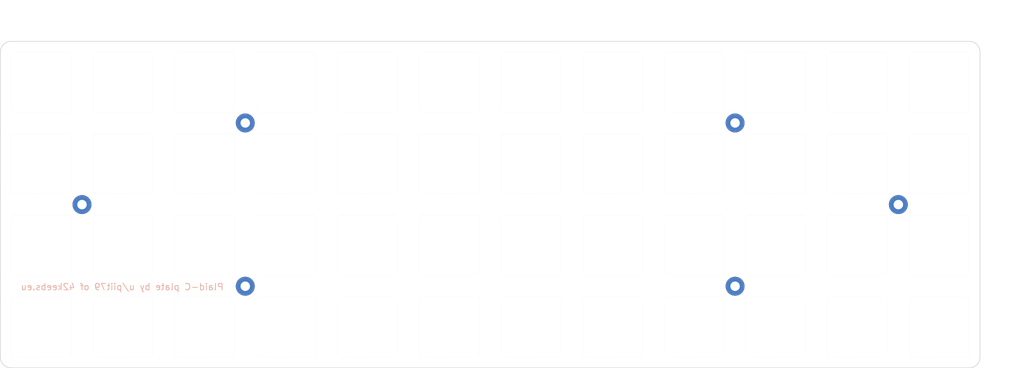
<source format=kicad_pcb>
(kicad_pcb (version 20171130) (host pcbnew 5.1.7-a382d34a8~88~ubuntu20.04.1)

  (general
    (thickness 1.6)
    (drawings 11)
    (tracks 0)
    (zones 0)
    (modules 54)
    (nets 1)
  )

  (page A4)
  (layers
    (0 F.Cu signal)
    (31 B.Cu signal)
    (32 B.Adhes user)
    (33 F.Adhes user)
    (34 B.Paste user)
    (35 F.Paste user)
    (36 B.SilkS user)
    (37 F.SilkS user)
    (38 B.Mask user)
    (39 F.Mask user)
    (40 Dwgs.User user)
    (41 Cmts.User user)
    (42 Eco1.User user)
    (43 Eco2.User user)
    (44 Edge.Cuts user)
    (45 Margin user)
    (46 B.CrtYd user)
    (47 F.CrtYd user)
    (48 B.Fab user)
    (49 F.Fab user)
  )

  (setup
    (last_trace_width 0.3)
    (user_trace_width 0.25)
    (user_trace_width 0.6)
    (trace_clearance 0.3)
    (zone_clearance 0.3)
    (zone_45_only yes)
    (trace_min 0.15)
    (via_size 1)
    (via_drill 0.6)
    (via_min_size 0.4)
    (via_min_drill 0.3)
    (user_via 1.7 1)
    (uvia_size 0.3)
    (uvia_drill 0.1)
    (uvias_allowed no)
    (uvia_min_size 0.2)
    (uvia_min_drill 0.1)
    (edge_width 0.15)
    (segment_width 0.2)
    (pcb_text_width 0.2)
    (pcb_text_size 1 1)
    (mod_edge_width 0.15)
    (mod_text_size 1 1)
    (mod_text_width 0.15)
    (pad_size 1.4 1.4)
    (pad_drill 0.7)
    (pad_to_mask_clearance 0.2)
    (solder_mask_min_width 0.2)
    (aux_axis_origin 34.125 56.76)
    (grid_origin 34.125 56.76)
    (visible_elements 7FFFFFFF)
    (pcbplotparams
      (layerselection 0x010f0_ffffffff)
      (usegerberextensions true)
      (usegerberattributes false)
      (usegerberadvancedattributes false)
      (creategerberjobfile false)
      (excludeedgelayer false)
      (linewidth 0.150000)
      (plotframeref false)
      (viasonmask false)
      (mode 1)
      (useauxorigin true)
      (hpglpennumber 1)
      (hpglpenspeed 20)
      (hpglpendiameter 15.000000)
      (psnegative false)
      (psa4output false)
      (plotreference true)
      (plotvalue true)
      (plotinvisibletext false)
      (padsonsilk false)
      (subtractmaskfromsilk true)
      (outputformat 1)
      (mirror false)
      (drillshape 0)
      (scaleselection 1)
      (outputdirectory "gerber"))
  )

  (net 0 "")

  (net_class Default "これはデフォルトのネット クラスです。"
    (clearance 0.3)
    (trace_width 0.3)
    (via_dia 1)
    (via_drill 0.6)
    (uvia_dia 0.3)
    (uvia_drill 0.1)
  )

  (net_class Power ""
    (clearance 0.3)
    (trace_width 0.4)
    (via_dia 1.2)
    (via_drill 0.8)
    (uvia_dia 0.3)
    (uvia_drill 0.1)
  )

  (module plaid_silk:MX100 (layer F.Cu) (tedit 5EF2A8DC) (tstamp 6019FAB4)
    (at 157.625 123.26)
    (path /5C149F7E)
    (fp_text reference SW43 (at 0 -7.7) (layer F.Fab)
      (effects (font (size 1 1) (thickness 0.15)))
    )
    (fp_text value SW_Push (at 0 7.874) (layer F.Fab) hide
      (effects (font (size 1 1) (thickness 0.15)))
    )
    (fp_line (start 0 0) (end 0.5 0) (layer Eco1.User) (width 0.12))
    (fp_line (start 0 0) (end -0.5 0) (layer Eco1.User) (width 0.12))
    (fp_line (start 0 0) (end 0 0.5) (layer Eco1.User) (width 0.12))
    (fp_line (start 0 0) (end 0 -0.5) (layer Eco1.User) (width 0.12))
    (fp_line (start -9.525 9.525) (end -9.525 -9.525) (layer Dwgs.User) (width 0.12))
    (fp_line (start 9.525 9.525) (end -9.525 9.525) (layer Dwgs.User) (width 0.12))
    (fp_line (start 9.525 -9.525) (end 9.525 9.525) (layer Dwgs.User) (width 0.12))
    (fp_line (start -9.525 -9.525) (end 9.525 -9.525) (layer Dwgs.User) (width 0.12))
    (fp_line (start 7 -6.5) (end 7 6.5) (layer Edge.Cuts) (width 0.010007))
    (fp_line (start -6.5 -7) (end 6.5 -7) (layer Edge.Cuts) (width 0.010007))
    (fp_line (start -6.5 6.990924) (end 6.5 7) (layer Edge.Cuts) (width 0.010007))
    (fp_line (start -7 -6.5) (end -7 6.490924) (layer Edge.Cuts) (width 0.010007))
    (fp_arc (start -6.5 6.490924) (end -7 6.490924) (angle -90) (layer Edge.Cuts) (width 0.010007))
    (fp_arc (start -6.5 -6.5) (end -6.5 -7) (angle -90) (layer Edge.Cuts) (width 0.010007))
    (fp_arc (start 6.5 -6.5) (end 7 -6.5) (angle -90) (layer Edge.Cuts) (width 0.010007))
    (fp_arc (start 6.5 6.5) (end 6.5 7) (angle -90) (layer Edge.Cuts) (width 0.010007))
    (model ${ACHERONLIB}/3d_models/mx_switch.step
      (offset (xyz -7.35 -7.3 1))
      (scale (xyz 1 1 1))
      (rotate (xyz -90 0 0))
    )
  )

  (module plaid_silk:MX100 (layer F.Cu) (tedit 5EF2A8DC) (tstamp 6019FA8E)
    (at 138.625 123.26)
    (path /5C149F7E)
    (fp_text reference SW42 (at 0 -7.7) (layer F.Fab)
      (effects (font (size 1 1) (thickness 0.15)))
    )
    (fp_text value SW_Push (at 0 7.874) (layer F.Fab) hide
      (effects (font (size 1 1) (thickness 0.15)))
    )
    (fp_arc (start 6.5 6.5) (end 6.5 7) (angle -90) (layer Edge.Cuts) (width 0.010007))
    (fp_arc (start 6.5 -6.5) (end 7 -6.5) (angle -90) (layer Edge.Cuts) (width 0.010007))
    (fp_arc (start -6.5 -6.5) (end -6.5 -7) (angle -90) (layer Edge.Cuts) (width 0.010007))
    (fp_arc (start -6.5 6.490924) (end -7 6.490924) (angle -90) (layer Edge.Cuts) (width 0.010007))
    (fp_line (start -7 -6.5) (end -7 6.490924) (layer Edge.Cuts) (width 0.010007))
    (fp_line (start -6.5 6.990924) (end 6.5 7) (layer Edge.Cuts) (width 0.010007))
    (fp_line (start -6.5 -7) (end 6.5 -7) (layer Edge.Cuts) (width 0.010007))
    (fp_line (start 7 -6.5) (end 7 6.5) (layer Edge.Cuts) (width 0.010007))
    (fp_line (start -9.525 -9.525) (end 9.525 -9.525) (layer Dwgs.User) (width 0.12))
    (fp_line (start 9.525 -9.525) (end 9.525 9.525) (layer Dwgs.User) (width 0.12))
    (fp_line (start 9.525 9.525) (end -9.525 9.525) (layer Dwgs.User) (width 0.12))
    (fp_line (start -9.525 9.525) (end -9.525 -9.525) (layer Dwgs.User) (width 0.12))
    (fp_line (start 0 0) (end 0 -0.5) (layer Eco1.User) (width 0.12))
    (fp_line (start 0 0) (end 0 0.5) (layer Eco1.User) (width 0.12))
    (fp_line (start 0 0) (end -0.5 0) (layer Eco1.User) (width 0.12))
    (fp_line (start 0 0) (end 0.5 0) (layer Eco1.User) (width 0.12))
    (model ${ACHERONLIB}/3d_models/mx_switch.step
      (offset (xyz -7.35 -7.3 1))
      (scale (xyz 1 1 1))
      (rotate (xyz -90 0 0))
    )
  )

  (module plaid_silk:MX100 (layer F.Cu) (tedit 5EF2A8DC) (tstamp 5C0348E4)
    (at 233.625 66.26)
    (path /5C14C27A)
    (fp_text reference SW11 (at 0 -7.7) (layer F.Fab)
      (effects (font (size 1 1) (thickness 0.15)))
    )
    (fp_text value SW_Push (at 0 7.874) (layer F.Fab) hide
      (effects (font (size 1 1) (thickness 0.15)))
    )
    (fp_line (start 0 0) (end 0.5 0) (layer Eco1.User) (width 0.12))
    (fp_line (start 0 0) (end -0.5 0) (layer Eco1.User) (width 0.12))
    (fp_line (start 0 0) (end 0 0.5) (layer Eco1.User) (width 0.12))
    (fp_line (start 0 0) (end 0 -0.5) (layer Eco1.User) (width 0.12))
    (fp_line (start -9.525 9.525) (end -9.525 -9.525) (layer Dwgs.User) (width 0.12))
    (fp_line (start 9.525 9.525) (end -9.525 9.525) (layer Dwgs.User) (width 0.12))
    (fp_line (start 9.525 -9.525) (end 9.525 9.525) (layer Dwgs.User) (width 0.12))
    (fp_line (start -9.525 -9.525) (end 9.525 -9.525) (layer Dwgs.User) (width 0.12))
    (fp_line (start 7 -6.5) (end 7 6.5) (layer Edge.Cuts) (width 0.010007))
    (fp_line (start -6.5 -7) (end 6.5 -7) (layer Edge.Cuts) (width 0.010007))
    (fp_line (start -6.5 6.990924) (end 6.5 7) (layer Edge.Cuts) (width 0.010007))
    (fp_line (start -7 -6.5) (end -7 6.490924) (layer Edge.Cuts) (width 0.010007))
    (fp_arc (start -6.5 6.490924) (end -7 6.490924) (angle -90) (layer Edge.Cuts) (width 0.010007))
    (fp_arc (start -6.5 -6.5) (end -6.5 -7) (angle -90) (layer Edge.Cuts) (width 0.010007))
    (fp_arc (start 6.5 -6.5) (end 7 -6.5) (angle -90) (layer Edge.Cuts) (width 0.010007))
    (fp_arc (start 6.5 6.5) (end 6.5 7) (angle -90) (layer Edge.Cuts) (width 0.010007))
    (model ${ACHERONLIB}/3d_models/mx_switch.step
      (offset (xyz -7.35 -7.3 1))
      (scale (xyz 1 1 1))
      (rotate (xyz -90 0 0))
    )
  )

  (module plaid_silk:MX100 (layer F.Cu) (tedit 5EF2A8DC) (tstamp 5C034A04)
    (at 157.625 85.26)
    (path /5C149FE4)
    (fp_text reference SW19 (at 0 -7.7) (layer F.Fab)
      (effects (font (size 1 1) (thickness 0.15)))
    )
    (fp_text value SW_Push (at 0 7.874) (layer F.Fab) hide
      (effects (font (size 1 1) (thickness 0.15)))
    )
    (fp_line (start 0 0) (end 0.5 0) (layer Eco1.User) (width 0.12))
    (fp_line (start 0 0) (end -0.5 0) (layer Eco1.User) (width 0.12))
    (fp_line (start 0 0) (end 0 0.5) (layer Eco1.User) (width 0.12))
    (fp_line (start 0 0) (end 0 -0.5) (layer Eco1.User) (width 0.12))
    (fp_line (start -9.525 9.525) (end -9.525 -9.525) (layer Dwgs.User) (width 0.12))
    (fp_line (start 9.525 9.525) (end -9.525 9.525) (layer Dwgs.User) (width 0.12))
    (fp_line (start 9.525 -9.525) (end 9.525 9.525) (layer Dwgs.User) (width 0.12))
    (fp_line (start -9.525 -9.525) (end 9.525 -9.525) (layer Dwgs.User) (width 0.12))
    (fp_line (start 7 -6.5) (end 7 6.5) (layer Edge.Cuts) (width 0.010007))
    (fp_line (start -6.5 -7) (end 6.5 -7) (layer Edge.Cuts) (width 0.010007))
    (fp_line (start -6.5 6.990924) (end 6.5 7) (layer Edge.Cuts) (width 0.010007))
    (fp_line (start -7 -6.5) (end -7 6.490924) (layer Edge.Cuts) (width 0.010007))
    (fp_arc (start -6.5 6.490924) (end -7 6.490924) (angle -90) (layer Edge.Cuts) (width 0.010007))
    (fp_arc (start -6.5 -6.5) (end -6.5 -7) (angle -90) (layer Edge.Cuts) (width 0.010007))
    (fp_arc (start 6.5 -6.5) (end 7 -6.5) (angle -90) (layer Edge.Cuts) (width 0.010007))
    (fp_arc (start 6.5 6.5) (end 6.5 7) (angle -90) (layer Edge.Cuts) (width 0.010007))
    (model ${ACHERONLIB}/3d_models/mx_switch.step
      (offset (xyz -7.35 -7.3 1))
      (scale (xyz 1 1 1))
      (rotate (xyz -90 0 0))
    )
  )

  (module plaid_silk:MX100 (layer F.Cu) (tedit 5EF2A8DC) (tstamp 5C034878)
    (at 176.625 66.26)
    (path /5C14A015)
    (fp_text reference SW8 (at 0 -7.7) (layer F.Fab)
      (effects (font (size 1 1) (thickness 0.15)))
    )
    (fp_text value SW_Push (at 0 7.874) (layer F.Fab) hide
      (effects (font (size 1 1) (thickness 0.15)))
    )
    (fp_line (start 0 0) (end 0.5 0) (layer Eco1.User) (width 0.12))
    (fp_line (start 0 0) (end -0.5 0) (layer Eco1.User) (width 0.12))
    (fp_line (start 0 0) (end 0 0.5) (layer Eco1.User) (width 0.12))
    (fp_line (start 0 0) (end 0 -0.5) (layer Eco1.User) (width 0.12))
    (fp_line (start -9.525 9.525) (end -9.525 -9.525) (layer Dwgs.User) (width 0.12))
    (fp_line (start 9.525 9.525) (end -9.525 9.525) (layer Dwgs.User) (width 0.12))
    (fp_line (start 9.525 -9.525) (end 9.525 9.525) (layer Dwgs.User) (width 0.12))
    (fp_line (start -9.525 -9.525) (end 9.525 -9.525) (layer Dwgs.User) (width 0.12))
    (fp_line (start 7 -6.5) (end 7 6.5) (layer Edge.Cuts) (width 0.010007))
    (fp_line (start -6.5 -7) (end 6.5 -7) (layer Edge.Cuts) (width 0.010007))
    (fp_line (start -6.5 6.990924) (end 6.5 7) (layer Edge.Cuts) (width 0.010007))
    (fp_line (start -7 -6.5) (end -7 6.490924) (layer Edge.Cuts) (width 0.010007))
    (fp_arc (start -6.5 6.490924) (end -7 6.490924) (angle -90) (layer Edge.Cuts) (width 0.010007))
    (fp_arc (start -6.5 -6.5) (end -6.5 -7) (angle -90) (layer Edge.Cuts) (width 0.010007))
    (fp_arc (start 6.5 -6.5) (end 7 -6.5) (angle -90) (layer Edge.Cuts) (width 0.010007))
    (fp_arc (start 6.5 6.5) (end 6.5 7) (angle -90) (layer Edge.Cuts) (width 0.010007))
    (model ${ACHERONLIB}/3d_models/mx_switch.step
      (offset (xyz -7.35 -7.3 1))
      (scale (xyz 1 1 1))
      (rotate (xyz -90 0 0))
    )
  )

  (module plaid_silk:MX100 (layer F.Cu) (tedit 5EF2A8DC) (tstamp 5C03489C)
    (at 195.625 66.26)
    (path /5C14C1F8)
    (fp_text reference SW9 (at 0 -7.7) (layer F.Fab)
      (effects (font (size 1 1) (thickness 0.15)))
    )
    (fp_text value SW_Push (at 0 7.874) (layer F.Fab) hide
      (effects (font (size 1 1) (thickness 0.15)))
    )
    (fp_line (start 0 0) (end 0.5 0) (layer Eco1.User) (width 0.12))
    (fp_line (start 0 0) (end -0.5 0) (layer Eco1.User) (width 0.12))
    (fp_line (start 0 0) (end 0 0.5) (layer Eco1.User) (width 0.12))
    (fp_line (start 0 0) (end 0 -0.5) (layer Eco1.User) (width 0.12))
    (fp_line (start -9.525 9.525) (end -9.525 -9.525) (layer Dwgs.User) (width 0.12))
    (fp_line (start 9.525 9.525) (end -9.525 9.525) (layer Dwgs.User) (width 0.12))
    (fp_line (start 9.525 -9.525) (end 9.525 9.525) (layer Dwgs.User) (width 0.12))
    (fp_line (start -9.525 -9.525) (end 9.525 -9.525) (layer Dwgs.User) (width 0.12))
    (fp_line (start 7 -6.5) (end 7 6.5) (layer Edge.Cuts) (width 0.010007))
    (fp_line (start -6.5 -7) (end 6.5 -7) (layer Edge.Cuts) (width 0.010007))
    (fp_line (start -6.5 6.990924) (end 6.5 7) (layer Edge.Cuts) (width 0.010007))
    (fp_line (start -7 -6.5) (end -7 6.490924) (layer Edge.Cuts) (width 0.010007))
    (fp_arc (start -6.5 6.490924) (end -7 6.490924) (angle -90) (layer Edge.Cuts) (width 0.010007))
    (fp_arc (start -6.5 -6.5) (end -6.5 -7) (angle -90) (layer Edge.Cuts) (width 0.010007))
    (fp_arc (start 6.5 -6.5) (end 7 -6.5) (angle -90) (layer Edge.Cuts) (width 0.010007))
    (fp_arc (start 6.5 6.5) (end 6.5 7) (angle -90) (layer Edge.Cuts) (width 0.010007))
    (model ${ACHERONLIB}/3d_models/mx_switch.step
      (offset (xyz -7.35 -7.3 1))
      (scale (xyz 1 1 1))
      (rotate (xyz -90 0 0))
    )
  )

  (module plaid_silk:MX100 (layer F.Cu) (tedit 5EF2A8DC) (tstamp 5C034854)
    (at 157.625 66.26)
    (path /5C149FD6)
    (fp_text reference SW7 (at 0 -7.7) (layer F.Fab)
      (effects (font (size 1 1) (thickness 0.15)))
    )
    (fp_text value SW_Push (at 0 7.874) (layer F.Fab) hide
      (effects (font (size 1 1) (thickness 0.15)))
    )
    (fp_line (start 0 0) (end 0.5 0) (layer Eco1.User) (width 0.12))
    (fp_line (start 0 0) (end -0.5 0) (layer Eco1.User) (width 0.12))
    (fp_line (start 0 0) (end 0 0.5) (layer Eco1.User) (width 0.12))
    (fp_line (start 0 0) (end 0 -0.5) (layer Eco1.User) (width 0.12))
    (fp_line (start -9.525 9.525) (end -9.525 -9.525) (layer Dwgs.User) (width 0.12))
    (fp_line (start 9.525 9.525) (end -9.525 9.525) (layer Dwgs.User) (width 0.12))
    (fp_line (start 9.525 -9.525) (end 9.525 9.525) (layer Dwgs.User) (width 0.12))
    (fp_line (start -9.525 -9.525) (end 9.525 -9.525) (layer Dwgs.User) (width 0.12))
    (fp_line (start 7 -6.5) (end 7 6.5) (layer Edge.Cuts) (width 0.010007))
    (fp_line (start -6.5 -7) (end 6.5 -7) (layer Edge.Cuts) (width 0.010007))
    (fp_line (start -6.5 6.990924) (end 6.5 7) (layer Edge.Cuts) (width 0.010007))
    (fp_line (start -7 -6.5) (end -7 6.490924) (layer Edge.Cuts) (width 0.010007))
    (fp_arc (start -6.5 6.490924) (end -7 6.490924) (angle -90) (layer Edge.Cuts) (width 0.010007))
    (fp_arc (start -6.5 -6.5) (end -6.5 -7) (angle -90) (layer Edge.Cuts) (width 0.010007))
    (fp_arc (start 6.5 -6.5) (end 7 -6.5) (angle -90) (layer Edge.Cuts) (width 0.010007))
    (fp_arc (start 6.5 6.5) (end 6.5 7) (angle -90) (layer Edge.Cuts) (width 0.010007))
    (model ${ACHERONLIB}/3d_models/mx_switch.step
      (offset (xyz -7.35 -7.3 1))
      (scale (xyz 1 1 1))
      (rotate (xyz -90 0 0))
    )
  )

  (module plaid_silk:MX100 locked (layer F.Cu) (tedit 5EF2A8DC) (tstamp 5C0347A0)
    (at 62.625 66.26)
    (path /5C149111)
    (fp_text reference SW2 (at 0 -7.7) (layer F.Fab)
      (effects (font (size 1 1) (thickness 0.15)))
    )
    (fp_text value SW_Push (at 0 7.874) (layer F.Fab) hide
      (effects (font (size 1 1) (thickness 0.15)))
    )
    (fp_line (start 0 0) (end 0.5 0) (layer Eco1.User) (width 0.12))
    (fp_line (start 0 0) (end -0.5 0) (layer Eco1.User) (width 0.12))
    (fp_line (start 0 0) (end 0 0.5) (layer Eco1.User) (width 0.12))
    (fp_line (start 0 0) (end 0 -0.5) (layer Eco1.User) (width 0.12))
    (fp_line (start -9.525 9.525) (end -9.525 -9.525) (layer Dwgs.User) (width 0.12))
    (fp_line (start 9.525 9.525) (end -9.525 9.525) (layer Dwgs.User) (width 0.12))
    (fp_line (start 9.525 -9.525) (end 9.525 9.525) (layer Dwgs.User) (width 0.12))
    (fp_line (start -9.525 -9.525) (end 9.525 -9.525) (layer Dwgs.User) (width 0.12))
    (fp_line (start 7 -6.5) (end 7 6.5) (layer Edge.Cuts) (width 0.010007))
    (fp_line (start -6.5 -7) (end 6.5 -7) (layer Edge.Cuts) (width 0.010007))
    (fp_line (start -6.5 6.990924) (end 6.5 7) (layer Edge.Cuts) (width 0.010007))
    (fp_line (start -7 -6.5) (end -7 6.490924) (layer Edge.Cuts) (width 0.010007))
    (fp_arc (start -6.5 6.490924) (end -7 6.490924) (angle -90) (layer Edge.Cuts) (width 0.010007))
    (fp_arc (start -6.5 -6.5) (end -6.5 -7) (angle -90) (layer Edge.Cuts) (width 0.010007))
    (fp_arc (start 6.5 -6.5) (end 7 -6.5) (angle -90) (layer Edge.Cuts) (width 0.010007))
    (fp_arc (start 6.5 6.5) (end 6.5 7) (angle -90) (layer Edge.Cuts) (width 0.010007))
    (model ${ACHERONLIB}/3d_models/mx_switch.step
      (offset (xyz -7.35 -7.3 1))
      (scale (xyz 1 1 1))
      (rotate (xyz -90 0 0))
    )
  )

  (module plaid_silk:MX100 (layer F.Cu) (tedit 5EF2A8DC) (tstamp 5C034CF8)
    (at 100.625 123.26)
    (path /5C1494F3)
    (fp_text reference SW40 (at 0 -7.7) (layer F.Fab)
      (effects (font (size 1 1) (thickness 0.15)))
    )
    (fp_text value SW_Push (at 0 7.874) (layer F.Fab) hide
      (effects (font (size 1 1) (thickness 0.15)))
    )
    (fp_line (start 0 0) (end 0.5 0) (layer Eco1.User) (width 0.12))
    (fp_line (start 0 0) (end -0.5 0) (layer Eco1.User) (width 0.12))
    (fp_line (start 0 0) (end 0 0.5) (layer Eco1.User) (width 0.12))
    (fp_line (start 0 0) (end 0 -0.5) (layer Eco1.User) (width 0.12))
    (fp_line (start -9.525 9.525) (end -9.525 -9.525) (layer Dwgs.User) (width 0.12))
    (fp_line (start 9.525 9.525) (end -9.525 9.525) (layer Dwgs.User) (width 0.12))
    (fp_line (start 9.525 -9.525) (end 9.525 9.525) (layer Dwgs.User) (width 0.12))
    (fp_line (start -9.525 -9.525) (end 9.525 -9.525) (layer Dwgs.User) (width 0.12))
    (fp_line (start 7 -6.5) (end 7 6.5) (layer Edge.Cuts) (width 0.010007))
    (fp_line (start -6.5 -7) (end 6.5 -7) (layer Edge.Cuts) (width 0.010007))
    (fp_line (start -6.5 6.990924) (end 6.5 7) (layer Edge.Cuts) (width 0.010007))
    (fp_line (start -7 -6.5) (end -7 6.490924) (layer Edge.Cuts) (width 0.010007))
    (fp_arc (start -6.5 6.490924) (end -7 6.490924) (angle -90) (layer Edge.Cuts) (width 0.010007))
    (fp_arc (start -6.5 -6.5) (end -6.5 -7) (angle -90) (layer Edge.Cuts) (width 0.010007))
    (fp_arc (start 6.5 -6.5) (end 7 -6.5) (angle -90) (layer Edge.Cuts) (width 0.010007))
    (fp_arc (start 6.5 6.5) (end 6.5 7) (angle -90) (layer Edge.Cuts) (width 0.010007))
    (model ${ACHERONLIB}/3d_models/mx_switch.step
      (offset (xyz -7.35 -7.3 1))
      (scale (xyz 1 1 1))
      (rotate (xyz -90 0 0))
    )
  )

  (module plaid_silk:MX100 (layer F.Cu) (tedit 5EF2A8DC) (tstamp 5C034B48)
    (at 100.625 104.26)
    (path /5C1494E5)
    (fp_text reference SW28 (at 0 -7.7) (layer F.Fab)
      (effects (font (size 1 1) (thickness 0.15)))
    )
    (fp_text value SW_Push (at 0 7.874) (layer F.Fab) hide
      (effects (font (size 1 1) (thickness 0.15)))
    )
    (fp_line (start 0 0) (end 0.5 0) (layer Eco1.User) (width 0.12))
    (fp_line (start 0 0) (end -0.5 0) (layer Eco1.User) (width 0.12))
    (fp_line (start 0 0) (end 0 0.5) (layer Eco1.User) (width 0.12))
    (fp_line (start 0 0) (end 0 -0.5) (layer Eco1.User) (width 0.12))
    (fp_line (start -9.525 9.525) (end -9.525 -9.525) (layer Dwgs.User) (width 0.12))
    (fp_line (start 9.525 9.525) (end -9.525 9.525) (layer Dwgs.User) (width 0.12))
    (fp_line (start 9.525 -9.525) (end 9.525 9.525) (layer Dwgs.User) (width 0.12))
    (fp_line (start -9.525 -9.525) (end 9.525 -9.525) (layer Dwgs.User) (width 0.12))
    (fp_line (start 7 -6.5) (end 7 6.5) (layer Edge.Cuts) (width 0.010007))
    (fp_line (start -6.5 -7) (end 6.5 -7) (layer Edge.Cuts) (width 0.010007))
    (fp_line (start -6.5 6.990924) (end 6.5 7) (layer Edge.Cuts) (width 0.010007))
    (fp_line (start -7 -6.5) (end -7 6.490924) (layer Edge.Cuts) (width 0.010007))
    (fp_arc (start -6.5 6.490924) (end -7 6.490924) (angle -90) (layer Edge.Cuts) (width 0.010007))
    (fp_arc (start -6.5 -6.5) (end -6.5 -7) (angle -90) (layer Edge.Cuts) (width 0.010007))
    (fp_arc (start 6.5 -6.5) (end 7 -6.5) (angle -90) (layer Edge.Cuts) (width 0.010007))
    (fp_arc (start 6.5 6.5) (end 6.5 7) (angle -90) (layer Edge.Cuts) (width 0.010007))
    (model ${ACHERONLIB}/3d_models/mx_switch.step
      (offset (xyz -7.35 -7.3 1))
      (scale (xyz 1 1 1))
      (rotate (xyz -90 0 0))
    )
  )

  (module plaid_silk:MX100 (layer F.Cu) (tedit 5EF2A8DC) (tstamp 5C0347C4)
    (at 81.625 66.26)
    (path /5C14948A)
    (fp_text reference SW3 (at 0 -7.7) (layer F.Fab)
      (effects (font (size 1 1) (thickness 0.15)))
    )
    (fp_text value SW_Push (at 0 7.874) (layer F.Fab) hide
      (effects (font (size 1 1) (thickness 0.15)))
    )
    (fp_line (start 0 0) (end 0.5 0) (layer Eco1.User) (width 0.12))
    (fp_line (start 0 0) (end -0.5 0) (layer Eco1.User) (width 0.12))
    (fp_line (start 0 0) (end 0 0.5) (layer Eco1.User) (width 0.12))
    (fp_line (start 0 0) (end 0 -0.5) (layer Eco1.User) (width 0.12))
    (fp_line (start -9.525 9.525) (end -9.525 -9.525) (layer Dwgs.User) (width 0.12))
    (fp_line (start 9.525 9.525) (end -9.525 9.525) (layer Dwgs.User) (width 0.12))
    (fp_line (start 9.525 -9.525) (end 9.525 9.525) (layer Dwgs.User) (width 0.12))
    (fp_line (start -9.525 -9.525) (end 9.525 -9.525) (layer Dwgs.User) (width 0.12))
    (fp_line (start 7 -6.5) (end 7 6.5) (layer Edge.Cuts) (width 0.010007))
    (fp_line (start -6.5 -7) (end 6.5 -7) (layer Edge.Cuts) (width 0.010007))
    (fp_line (start -6.5 6.990924) (end 6.5 7) (layer Edge.Cuts) (width 0.010007))
    (fp_line (start -7 -6.5) (end -7 6.490924) (layer Edge.Cuts) (width 0.010007))
    (fp_arc (start -6.5 6.490924) (end -7 6.490924) (angle -90) (layer Edge.Cuts) (width 0.010007))
    (fp_arc (start -6.5 -6.5) (end -6.5 -7) (angle -90) (layer Edge.Cuts) (width 0.010007))
    (fp_arc (start 6.5 -6.5) (end 7 -6.5) (angle -90) (layer Edge.Cuts) (width 0.010007))
    (fp_arc (start 6.5 6.5) (end 6.5 7) (angle -90) (layer Edge.Cuts) (width 0.010007))
    (model ${ACHERONLIB}/3d_models/mx_switch.step
      (offset (xyz -7.35 -7.3 1))
      (scale (xyz 1 1 1))
      (rotate (xyz -90 0 0))
    )
  )

  (module plaid_silk:MX100 (layer F.Cu) (tedit 5EF2A8DC) (tstamp 5C0347E8)
    (at 100.625 66.26)
    (path /5C1494C9)
    (fp_text reference SW4 (at 0 -7.7) (layer F.Fab)
      (effects (font (size 1 1) (thickness 0.15)))
    )
    (fp_text value SW_Push (at 0 7.874) (layer F.Fab) hide
      (effects (font (size 1 1) (thickness 0.15)))
    )
    (fp_line (start 0 0) (end 0.5 0) (layer Eco1.User) (width 0.12))
    (fp_line (start 0 0) (end -0.5 0) (layer Eco1.User) (width 0.12))
    (fp_line (start 0 0) (end 0 0.5) (layer Eco1.User) (width 0.12))
    (fp_line (start 0 0) (end 0 -0.5) (layer Eco1.User) (width 0.12))
    (fp_line (start -9.525 9.525) (end -9.525 -9.525) (layer Dwgs.User) (width 0.12))
    (fp_line (start 9.525 9.525) (end -9.525 9.525) (layer Dwgs.User) (width 0.12))
    (fp_line (start 9.525 -9.525) (end 9.525 9.525) (layer Dwgs.User) (width 0.12))
    (fp_line (start -9.525 -9.525) (end 9.525 -9.525) (layer Dwgs.User) (width 0.12))
    (fp_line (start 7 -6.5) (end 7 6.5) (layer Edge.Cuts) (width 0.010007))
    (fp_line (start -6.5 -7) (end 6.5 -7) (layer Edge.Cuts) (width 0.010007))
    (fp_line (start -6.5 6.990924) (end 6.5 7) (layer Edge.Cuts) (width 0.010007))
    (fp_line (start -7 -6.5) (end -7 6.490924) (layer Edge.Cuts) (width 0.010007))
    (fp_arc (start -6.5 6.490924) (end -7 6.490924) (angle -90) (layer Edge.Cuts) (width 0.010007))
    (fp_arc (start -6.5 -6.5) (end -6.5 -7) (angle -90) (layer Edge.Cuts) (width 0.010007))
    (fp_arc (start 6.5 -6.5) (end 7 -6.5) (angle -90) (layer Edge.Cuts) (width 0.010007))
    (fp_arc (start 6.5 6.5) (end 6.5 7) (angle -90) (layer Edge.Cuts) (width 0.010007))
    (model ${ACHERONLIB}/3d_models/mx_switch.step
      (offset (xyz -7.35 -7.3 1))
      (scale (xyz 1 1 1))
      (rotate (xyz -90 0 0))
    )
  )

  (module plaid_silk:MX100 (layer F.Cu) (tedit 5EF2A8DC) (tstamp 5C03480C)
    (at 119.625 66.26)
    (path /5C149F54)
    (fp_text reference SW5 (at 0 -7.7) (layer F.Fab)
      (effects (font (size 1 1) (thickness 0.15)))
    )
    (fp_text value SW_Push (at 0 7.874) (layer F.Fab) hide
      (effects (font (size 1 1) (thickness 0.15)))
    )
    (fp_line (start 0 0) (end 0.5 0) (layer Eco1.User) (width 0.12))
    (fp_line (start 0 0) (end -0.5 0) (layer Eco1.User) (width 0.12))
    (fp_line (start 0 0) (end 0 0.5) (layer Eco1.User) (width 0.12))
    (fp_line (start 0 0) (end 0 -0.5) (layer Eco1.User) (width 0.12))
    (fp_line (start -9.525 9.525) (end -9.525 -9.525) (layer Dwgs.User) (width 0.12))
    (fp_line (start 9.525 9.525) (end -9.525 9.525) (layer Dwgs.User) (width 0.12))
    (fp_line (start 9.525 -9.525) (end 9.525 9.525) (layer Dwgs.User) (width 0.12))
    (fp_line (start -9.525 -9.525) (end 9.525 -9.525) (layer Dwgs.User) (width 0.12))
    (fp_line (start 7 -6.5) (end 7 6.5) (layer Edge.Cuts) (width 0.010007))
    (fp_line (start -6.5 -7) (end 6.5 -7) (layer Edge.Cuts) (width 0.010007))
    (fp_line (start -6.5 6.990924) (end 6.5 7) (layer Edge.Cuts) (width 0.010007))
    (fp_line (start -7 -6.5) (end -7 6.490924) (layer Edge.Cuts) (width 0.010007))
    (fp_arc (start -6.5 6.490924) (end -7 6.490924) (angle -90) (layer Edge.Cuts) (width 0.010007))
    (fp_arc (start -6.5 -6.5) (end -6.5 -7) (angle -90) (layer Edge.Cuts) (width 0.010007))
    (fp_arc (start 6.5 -6.5) (end 7 -6.5) (angle -90) (layer Edge.Cuts) (width 0.010007))
    (fp_arc (start 6.5 6.5) (end 6.5 7) (angle -90) (layer Edge.Cuts) (width 0.010007))
    (model ${ACHERONLIB}/3d_models/mx_switch.step
      (offset (xyz -7.35 -7.3 1))
      (scale (xyz 1 1 1))
      (rotate (xyz -90 0 0))
    )
  )

  (module plaid_silk:MX100 (layer F.Cu) (tedit 5EF2A8DC) (tstamp 5C034830)
    (at 138.625 66.26)
    (path /5C149F93)
    (fp_text reference SW6 (at 0 -7.7) (layer F.Fab)
      (effects (font (size 1 1) (thickness 0.15)))
    )
    (fp_text value SW_Push (at 0 7.874) (layer F.Fab) hide
      (effects (font (size 1 1) (thickness 0.15)))
    )
    (fp_line (start 0 0) (end 0.5 0) (layer Eco1.User) (width 0.12))
    (fp_line (start 0 0) (end -0.5 0) (layer Eco1.User) (width 0.12))
    (fp_line (start 0 0) (end 0 0.5) (layer Eco1.User) (width 0.12))
    (fp_line (start 0 0) (end 0 -0.5) (layer Eco1.User) (width 0.12))
    (fp_line (start -9.525 9.525) (end -9.525 -9.525) (layer Dwgs.User) (width 0.12))
    (fp_line (start 9.525 9.525) (end -9.525 9.525) (layer Dwgs.User) (width 0.12))
    (fp_line (start 9.525 -9.525) (end 9.525 9.525) (layer Dwgs.User) (width 0.12))
    (fp_line (start -9.525 -9.525) (end 9.525 -9.525) (layer Dwgs.User) (width 0.12))
    (fp_line (start 7 -6.5) (end 7 6.5) (layer Edge.Cuts) (width 0.010007))
    (fp_line (start -6.5 -7) (end 6.5 -7) (layer Edge.Cuts) (width 0.010007))
    (fp_line (start -6.5 6.990924) (end 6.5 7) (layer Edge.Cuts) (width 0.010007))
    (fp_line (start -7 -6.5) (end -7 6.490924) (layer Edge.Cuts) (width 0.010007))
    (fp_arc (start -6.5 6.490924) (end -7 6.490924) (angle -90) (layer Edge.Cuts) (width 0.010007))
    (fp_arc (start -6.5 -6.5) (end -6.5 -7) (angle -90) (layer Edge.Cuts) (width 0.010007))
    (fp_arc (start 6.5 -6.5) (end 7 -6.5) (angle -90) (layer Edge.Cuts) (width 0.010007))
    (fp_arc (start 6.5 6.5) (end 6.5 7) (angle -90) (layer Edge.Cuts) (width 0.010007))
    (model ${ACHERONLIB}/3d_models/mx_switch.step
      (offset (xyz -7.35 -7.3 1))
      (scale (xyz 1 1 1))
      (rotate (xyz -90 0 0))
    )
  )

  (module plaid_silk:MX100 (layer F.Cu) (tedit 5EF2A8DC) (tstamp 5C0348C0)
    (at 214.625 66.26)
    (path /5C14C237)
    (fp_text reference SW10 (at 0 -7.7) (layer F.Fab)
      (effects (font (size 1 1) (thickness 0.15)))
    )
    (fp_text value SW_Push (at 0 7.874) (layer F.Fab) hide
      (effects (font (size 1 1) (thickness 0.15)))
    )
    (fp_line (start 0 0) (end 0.5 0) (layer Eco1.User) (width 0.12))
    (fp_line (start 0 0) (end -0.5 0) (layer Eco1.User) (width 0.12))
    (fp_line (start 0 0) (end 0 0.5) (layer Eco1.User) (width 0.12))
    (fp_line (start 0 0) (end 0 -0.5) (layer Eco1.User) (width 0.12))
    (fp_line (start -9.525 9.525) (end -9.525 -9.525) (layer Dwgs.User) (width 0.12))
    (fp_line (start 9.525 9.525) (end -9.525 9.525) (layer Dwgs.User) (width 0.12))
    (fp_line (start 9.525 -9.525) (end 9.525 9.525) (layer Dwgs.User) (width 0.12))
    (fp_line (start -9.525 -9.525) (end 9.525 -9.525) (layer Dwgs.User) (width 0.12))
    (fp_line (start 7 -6.5) (end 7 6.5) (layer Edge.Cuts) (width 0.010007))
    (fp_line (start -6.5 -7) (end 6.5 -7) (layer Edge.Cuts) (width 0.010007))
    (fp_line (start -6.5 6.990924) (end 6.5 7) (layer Edge.Cuts) (width 0.010007))
    (fp_line (start -7 -6.5) (end -7 6.490924) (layer Edge.Cuts) (width 0.010007))
    (fp_arc (start -6.5 6.490924) (end -7 6.490924) (angle -90) (layer Edge.Cuts) (width 0.010007))
    (fp_arc (start -6.5 -6.5) (end -6.5 -7) (angle -90) (layer Edge.Cuts) (width 0.010007))
    (fp_arc (start 6.5 -6.5) (end 7 -6.5) (angle -90) (layer Edge.Cuts) (width 0.010007))
    (fp_arc (start 6.5 6.5) (end 6.5 7) (angle -90) (layer Edge.Cuts) (width 0.010007))
    (model ${ACHERONLIB}/3d_models/mx_switch.step
      (offset (xyz -7.35 -7.3 1))
      (scale (xyz 1 1 1))
      (rotate (xyz -90 0 0))
    )
  )

  (module plaid_silk:MX100 (layer F.Cu) (tedit 5EF2A8DC) (tstamp 5C034908)
    (at 252.625 66.26)
    (path /5C14C2B9)
    (fp_text reference SW12 (at 0 -7.7) (layer F.Fab)
      (effects (font (size 1 1) (thickness 0.15)))
    )
    (fp_text value SW_Push (at 0 7.874) (layer F.Fab) hide
      (effects (font (size 1 1) (thickness 0.15)))
    )
    (fp_line (start 0 0) (end 0.5 0) (layer Eco1.User) (width 0.12))
    (fp_line (start 0 0) (end -0.5 0) (layer Eco1.User) (width 0.12))
    (fp_line (start 0 0) (end 0 0.5) (layer Eco1.User) (width 0.12))
    (fp_line (start 0 0) (end 0 -0.5) (layer Eco1.User) (width 0.12))
    (fp_line (start -9.525 9.525) (end -9.525 -9.525) (layer Dwgs.User) (width 0.12))
    (fp_line (start 9.525 9.525) (end -9.525 9.525) (layer Dwgs.User) (width 0.12))
    (fp_line (start 9.525 -9.525) (end 9.525 9.525) (layer Dwgs.User) (width 0.12))
    (fp_line (start -9.525 -9.525) (end 9.525 -9.525) (layer Dwgs.User) (width 0.12))
    (fp_line (start 7 -6.5) (end 7 6.5) (layer Edge.Cuts) (width 0.010007))
    (fp_line (start -6.5 -7) (end 6.5 -7) (layer Edge.Cuts) (width 0.010007))
    (fp_line (start -6.5 6.990924) (end 6.5 7) (layer Edge.Cuts) (width 0.010007))
    (fp_line (start -7 -6.5) (end -7 6.490924) (layer Edge.Cuts) (width 0.010007))
    (fp_arc (start -6.5 6.490924) (end -7 6.490924) (angle -90) (layer Edge.Cuts) (width 0.010007))
    (fp_arc (start -6.5 -6.5) (end -6.5 -7) (angle -90) (layer Edge.Cuts) (width 0.010007))
    (fp_arc (start 6.5 -6.5) (end 7 -6.5) (angle -90) (layer Edge.Cuts) (width 0.010007))
    (fp_arc (start 6.5 6.5) (end 6.5 7) (angle -90) (layer Edge.Cuts) (width 0.010007))
    (model ${ACHERONLIB}/3d_models/mx_switch.step
      (offset (xyz -7.35 -7.3 1))
      (scale (xyz 1 1 1))
      (rotate (xyz -90 0 0))
    )
  )

  (module plaid_silk:MX100 (layer F.Cu) (tedit 5EF2A8DC) (tstamp 5C03492C)
    (at 43.625 85.26)
    (path /5C09DA38)
    (fp_text reference SW13 (at 0 -7.7) (layer F.Fab)
      (effects (font (size 1 1) (thickness 0.15)))
    )
    (fp_text value SW_Push (at 0 7.874) (layer F.Fab) hide
      (effects (font (size 1 1) (thickness 0.15)))
    )
    (fp_line (start 0 0) (end 0.5 0) (layer Eco1.User) (width 0.12))
    (fp_line (start 0 0) (end -0.5 0) (layer Eco1.User) (width 0.12))
    (fp_line (start 0 0) (end 0 0.5) (layer Eco1.User) (width 0.12))
    (fp_line (start 0 0) (end 0 -0.5) (layer Eco1.User) (width 0.12))
    (fp_line (start -9.525 9.525) (end -9.525 -9.525) (layer Dwgs.User) (width 0.12))
    (fp_line (start 9.525 9.525) (end -9.525 9.525) (layer Dwgs.User) (width 0.12))
    (fp_line (start 9.525 -9.525) (end 9.525 9.525) (layer Dwgs.User) (width 0.12))
    (fp_line (start -9.525 -9.525) (end 9.525 -9.525) (layer Dwgs.User) (width 0.12))
    (fp_line (start 7 -6.5) (end 7 6.5) (layer Edge.Cuts) (width 0.010007))
    (fp_line (start -6.5 -7) (end 6.5 -7) (layer Edge.Cuts) (width 0.010007))
    (fp_line (start -6.5 6.990924) (end 6.5 7) (layer Edge.Cuts) (width 0.010007))
    (fp_line (start -7 -6.5) (end -7 6.490924) (layer Edge.Cuts) (width 0.010007))
    (fp_arc (start -6.5 6.490924) (end -7 6.490924) (angle -90) (layer Edge.Cuts) (width 0.010007))
    (fp_arc (start -6.5 -6.5) (end -6.5 -7) (angle -90) (layer Edge.Cuts) (width 0.010007))
    (fp_arc (start 6.5 -6.5) (end 7 -6.5) (angle -90) (layer Edge.Cuts) (width 0.010007))
    (fp_arc (start 6.5 6.5) (end 6.5 7) (angle -90) (layer Edge.Cuts) (width 0.010007))
    (model ${ACHERONLIB}/3d_models/mx_switch.step
      (offset (xyz -7.35 -7.3 1))
      (scale (xyz 1 1 1))
      (rotate (xyz -90 0 0))
    )
  )

  (module plaid_silk:MX100 (layer F.Cu) (tedit 5EF2A8DC) (tstamp 5C034950)
    (at 62.625 85.26)
    (path /5C14911F)
    (fp_text reference SW14 (at 0 -7.7) (layer F.Fab)
      (effects (font (size 1 1) (thickness 0.15)))
    )
    (fp_text value SW_Push (at 0 7.874) (layer F.Fab) hide
      (effects (font (size 1 1) (thickness 0.15)))
    )
    (fp_line (start 0 0) (end 0.5 0) (layer Eco1.User) (width 0.12))
    (fp_line (start 0 0) (end -0.5 0) (layer Eco1.User) (width 0.12))
    (fp_line (start 0 0) (end 0 0.5) (layer Eco1.User) (width 0.12))
    (fp_line (start 0 0) (end 0 -0.5) (layer Eco1.User) (width 0.12))
    (fp_line (start -9.525 9.525) (end -9.525 -9.525) (layer Dwgs.User) (width 0.12))
    (fp_line (start 9.525 9.525) (end -9.525 9.525) (layer Dwgs.User) (width 0.12))
    (fp_line (start 9.525 -9.525) (end 9.525 9.525) (layer Dwgs.User) (width 0.12))
    (fp_line (start -9.525 -9.525) (end 9.525 -9.525) (layer Dwgs.User) (width 0.12))
    (fp_line (start 7 -6.5) (end 7 6.5) (layer Edge.Cuts) (width 0.010007))
    (fp_line (start -6.5 -7) (end 6.5 -7) (layer Edge.Cuts) (width 0.010007))
    (fp_line (start -6.5 6.990924) (end 6.5 7) (layer Edge.Cuts) (width 0.010007))
    (fp_line (start -7 -6.5) (end -7 6.490924) (layer Edge.Cuts) (width 0.010007))
    (fp_arc (start -6.5 6.490924) (end -7 6.490924) (angle -90) (layer Edge.Cuts) (width 0.010007))
    (fp_arc (start -6.5 -6.5) (end -6.5 -7) (angle -90) (layer Edge.Cuts) (width 0.010007))
    (fp_arc (start 6.5 -6.5) (end 7 -6.5) (angle -90) (layer Edge.Cuts) (width 0.010007))
    (fp_arc (start 6.5 6.5) (end 6.5 7) (angle -90) (layer Edge.Cuts) (width 0.010007))
    (model ${ACHERONLIB}/3d_models/mx_switch.step
      (offset (xyz -7.35 -7.3 1))
      (scale (xyz 1 1 1))
      (rotate (xyz -90 0 0))
    )
  )

  (module plaid_silk:MX100 (layer F.Cu) (tedit 5EF2A8DC) (tstamp 5C034974)
    (at 81.625 85.26)
    (path /5C149498)
    (fp_text reference SW15 (at 0 -7.7) (layer F.Fab)
      (effects (font (size 1 1) (thickness 0.15)))
    )
    (fp_text value SW_Push (at 0 7.874) (layer F.Fab) hide
      (effects (font (size 1 1) (thickness 0.15)))
    )
    (fp_line (start 0 0) (end 0.5 0) (layer Eco1.User) (width 0.12))
    (fp_line (start 0 0) (end -0.5 0) (layer Eco1.User) (width 0.12))
    (fp_line (start 0 0) (end 0 0.5) (layer Eco1.User) (width 0.12))
    (fp_line (start 0 0) (end 0 -0.5) (layer Eco1.User) (width 0.12))
    (fp_line (start -9.525 9.525) (end -9.525 -9.525) (layer Dwgs.User) (width 0.12))
    (fp_line (start 9.525 9.525) (end -9.525 9.525) (layer Dwgs.User) (width 0.12))
    (fp_line (start 9.525 -9.525) (end 9.525 9.525) (layer Dwgs.User) (width 0.12))
    (fp_line (start -9.525 -9.525) (end 9.525 -9.525) (layer Dwgs.User) (width 0.12))
    (fp_line (start 7 -6.5) (end 7 6.5) (layer Edge.Cuts) (width 0.010007))
    (fp_line (start -6.5 -7) (end 6.5 -7) (layer Edge.Cuts) (width 0.010007))
    (fp_line (start -6.5 6.990924) (end 6.5 7) (layer Edge.Cuts) (width 0.010007))
    (fp_line (start -7 -6.5) (end -7 6.490924) (layer Edge.Cuts) (width 0.010007))
    (fp_arc (start -6.5 6.490924) (end -7 6.490924) (angle -90) (layer Edge.Cuts) (width 0.010007))
    (fp_arc (start -6.5 -6.5) (end -6.5 -7) (angle -90) (layer Edge.Cuts) (width 0.010007))
    (fp_arc (start 6.5 -6.5) (end 7 -6.5) (angle -90) (layer Edge.Cuts) (width 0.010007))
    (fp_arc (start 6.5 6.5) (end 6.5 7) (angle -90) (layer Edge.Cuts) (width 0.010007))
    (model ${ACHERONLIB}/3d_models/mx_switch.step
      (offset (xyz -7.35 -7.3 1))
      (scale (xyz 1 1 1))
      (rotate (xyz -90 0 0))
    )
  )

  (module plaid_silk:MX100 (layer F.Cu) (tedit 5EF2A8DC) (tstamp 5C034998)
    (at 100.625 85.26)
    (path /5C1494D7)
    (fp_text reference SW16 (at 0 -7.7) (layer F.Fab)
      (effects (font (size 1 1) (thickness 0.15)))
    )
    (fp_text value SW_Push (at 0 7.874) (layer F.Fab) hide
      (effects (font (size 1 1) (thickness 0.15)))
    )
    (fp_line (start 0 0) (end 0.5 0) (layer Eco1.User) (width 0.12))
    (fp_line (start 0 0) (end -0.5 0) (layer Eco1.User) (width 0.12))
    (fp_line (start 0 0) (end 0 0.5) (layer Eco1.User) (width 0.12))
    (fp_line (start 0 0) (end 0 -0.5) (layer Eco1.User) (width 0.12))
    (fp_line (start -9.525 9.525) (end -9.525 -9.525) (layer Dwgs.User) (width 0.12))
    (fp_line (start 9.525 9.525) (end -9.525 9.525) (layer Dwgs.User) (width 0.12))
    (fp_line (start 9.525 -9.525) (end 9.525 9.525) (layer Dwgs.User) (width 0.12))
    (fp_line (start -9.525 -9.525) (end 9.525 -9.525) (layer Dwgs.User) (width 0.12))
    (fp_line (start 7 -6.5) (end 7 6.5) (layer Edge.Cuts) (width 0.010007))
    (fp_line (start -6.5 -7) (end 6.5 -7) (layer Edge.Cuts) (width 0.010007))
    (fp_line (start -6.5 6.990924) (end 6.5 7) (layer Edge.Cuts) (width 0.010007))
    (fp_line (start -7 -6.5) (end -7 6.490924) (layer Edge.Cuts) (width 0.010007))
    (fp_arc (start -6.5 6.490924) (end -7 6.490924) (angle -90) (layer Edge.Cuts) (width 0.010007))
    (fp_arc (start -6.5 -6.5) (end -6.5 -7) (angle -90) (layer Edge.Cuts) (width 0.010007))
    (fp_arc (start 6.5 -6.5) (end 7 -6.5) (angle -90) (layer Edge.Cuts) (width 0.010007))
    (fp_arc (start 6.5 6.5) (end 6.5 7) (angle -90) (layer Edge.Cuts) (width 0.010007))
    (model ${ACHERONLIB}/3d_models/mx_switch.step
      (offset (xyz -7.35 -7.3 1))
      (scale (xyz 1 1 1))
      (rotate (xyz -90 0 0))
    )
  )

  (module plaid_silk:MX100 (layer F.Cu) (tedit 5EF2A8DC) (tstamp 5C0349BC)
    (at 119.625 85.26)
    (path /5C149F62)
    (fp_text reference SW17 (at 0 -7.7) (layer F.Fab)
      (effects (font (size 1 1) (thickness 0.15)))
    )
    (fp_text value SW_Push (at 0 7.874) (layer F.Fab) hide
      (effects (font (size 1 1) (thickness 0.15)))
    )
    (fp_line (start 0 0) (end 0.5 0) (layer Eco1.User) (width 0.12))
    (fp_line (start 0 0) (end -0.5 0) (layer Eco1.User) (width 0.12))
    (fp_line (start 0 0) (end 0 0.5) (layer Eco1.User) (width 0.12))
    (fp_line (start 0 0) (end 0 -0.5) (layer Eco1.User) (width 0.12))
    (fp_line (start -9.525 9.525) (end -9.525 -9.525) (layer Dwgs.User) (width 0.12))
    (fp_line (start 9.525 9.525) (end -9.525 9.525) (layer Dwgs.User) (width 0.12))
    (fp_line (start 9.525 -9.525) (end 9.525 9.525) (layer Dwgs.User) (width 0.12))
    (fp_line (start -9.525 -9.525) (end 9.525 -9.525) (layer Dwgs.User) (width 0.12))
    (fp_line (start 7 -6.5) (end 7 6.5) (layer Edge.Cuts) (width 0.010007))
    (fp_line (start -6.5 -7) (end 6.5 -7) (layer Edge.Cuts) (width 0.010007))
    (fp_line (start -6.5 6.990924) (end 6.5 7) (layer Edge.Cuts) (width 0.010007))
    (fp_line (start -7 -6.5) (end -7 6.490924) (layer Edge.Cuts) (width 0.010007))
    (fp_arc (start -6.5 6.490924) (end -7 6.490924) (angle -90) (layer Edge.Cuts) (width 0.010007))
    (fp_arc (start -6.5 -6.5) (end -6.5 -7) (angle -90) (layer Edge.Cuts) (width 0.010007))
    (fp_arc (start 6.5 -6.5) (end 7 -6.5) (angle -90) (layer Edge.Cuts) (width 0.010007))
    (fp_arc (start 6.5 6.5) (end 6.5 7) (angle -90) (layer Edge.Cuts) (width 0.010007))
    (model ${ACHERONLIB}/3d_models/mx_switch.step
      (offset (xyz -7.35 -7.3 1))
      (scale (xyz 1 1 1))
      (rotate (xyz -90 0 0))
    )
  )

  (module plaid_silk:MX100 (layer F.Cu) (tedit 5EF2A8DC) (tstamp 5C0349E0)
    (at 138.625 85.26)
    (path /5C149FA1)
    (fp_text reference SW18 (at 0 -7.7) (layer F.Fab)
      (effects (font (size 1 1) (thickness 0.15)))
    )
    (fp_text value SW_Push (at 0 7.874) (layer F.Fab) hide
      (effects (font (size 1 1) (thickness 0.15)))
    )
    (fp_line (start 0 0) (end 0.5 0) (layer Eco1.User) (width 0.12))
    (fp_line (start 0 0) (end -0.5 0) (layer Eco1.User) (width 0.12))
    (fp_line (start 0 0) (end 0 0.5) (layer Eco1.User) (width 0.12))
    (fp_line (start 0 0) (end 0 -0.5) (layer Eco1.User) (width 0.12))
    (fp_line (start -9.525 9.525) (end -9.525 -9.525) (layer Dwgs.User) (width 0.12))
    (fp_line (start 9.525 9.525) (end -9.525 9.525) (layer Dwgs.User) (width 0.12))
    (fp_line (start 9.525 -9.525) (end 9.525 9.525) (layer Dwgs.User) (width 0.12))
    (fp_line (start -9.525 -9.525) (end 9.525 -9.525) (layer Dwgs.User) (width 0.12))
    (fp_line (start 7 -6.5) (end 7 6.5) (layer Edge.Cuts) (width 0.010007))
    (fp_line (start -6.5 -7) (end 6.5 -7) (layer Edge.Cuts) (width 0.010007))
    (fp_line (start -6.5 6.990924) (end 6.5 7) (layer Edge.Cuts) (width 0.010007))
    (fp_line (start -7 -6.5) (end -7 6.490924) (layer Edge.Cuts) (width 0.010007))
    (fp_arc (start -6.5 6.490924) (end -7 6.490924) (angle -90) (layer Edge.Cuts) (width 0.010007))
    (fp_arc (start -6.5 -6.5) (end -6.5 -7) (angle -90) (layer Edge.Cuts) (width 0.010007))
    (fp_arc (start 6.5 -6.5) (end 7 -6.5) (angle -90) (layer Edge.Cuts) (width 0.010007))
    (fp_arc (start 6.5 6.5) (end 6.5 7) (angle -90) (layer Edge.Cuts) (width 0.010007))
    (model ${ACHERONLIB}/3d_models/mx_switch.step
      (offset (xyz -7.35 -7.3 1))
      (scale (xyz 1 1 1))
      (rotate (xyz -90 0 0))
    )
  )

  (module plaid_silk:MX100 (layer F.Cu) (tedit 5EF2A8DC) (tstamp 5C034A28)
    (at 176.625 85.26)
    (path /5C14A023)
    (fp_text reference SW20 (at 0 -7.7) (layer F.Fab)
      (effects (font (size 1 1) (thickness 0.15)))
    )
    (fp_text value SW_Push (at 0 7.874) (layer F.Fab) hide
      (effects (font (size 1 1) (thickness 0.15)))
    )
    (fp_line (start 0 0) (end 0.5 0) (layer Eco1.User) (width 0.12))
    (fp_line (start 0 0) (end -0.5 0) (layer Eco1.User) (width 0.12))
    (fp_line (start 0 0) (end 0 0.5) (layer Eco1.User) (width 0.12))
    (fp_line (start 0 0) (end 0 -0.5) (layer Eco1.User) (width 0.12))
    (fp_line (start -9.525 9.525) (end -9.525 -9.525) (layer Dwgs.User) (width 0.12))
    (fp_line (start 9.525 9.525) (end -9.525 9.525) (layer Dwgs.User) (width 0.12))
    (fp_line (start 9.525 -9.525) (end 9.525 9.525) (layer Dwgs.User) (width 0.12))
    (fp_line (start -9.525 -9.525) (end 9.525 -9.525) (layer Dwgs.User) (width 0.12))
    (fp_line (start 7 -6.5) (end 7 6.5) (layer Edge.Cuts) (width 0.010007))
    (fp_line (start -6.5 -7) (end 6.5 -7) (layer Edge.Cuts) (width 0.010007))
    (fp_line (start -6.5 6.990924) (end 6.5 7) (layer Edge.Cuts) (width 0.010007))
    (fp_line (start -7 -6.5) (end -7 6.490924) (layer Edge.Cuts) (width 0.010007))
    (fp_arc (start -6.5 6.490924) (end -7 6.490924) (angle -90) (layer Edge.Cuts) (width 0.010007))
    (fp_arc (start -6.5 -6.5) (end -6.5 -7) (angle -90) (layer Edge.Cuts) (width 0.010007))
    (fp_arc (start 6.5 -6.5) (end 7 -6.5) (angle -90) (layer Edge.Cuts) (width 0.010007))
    (fp_arc (start 6.5 6.5) (end 6.5 7) (angle -90) (layer Edge.Cuts) (width 0.010007))
    (model ${ACHERONLIB}/3d_models/mx_switch.step
      (offset (xyz -7.35 -7.3 1))
      (scale (xyz 1 1 1))
      (rotate (xyz -90 0 0))
    )
  )

  (module plaid_silk:MX100 (layer F.Cu) (tedit 5EF2A8DC) (tstamp 5C034A4C)
    (at 195.625 85.26)
    (path /5C14C206)
    (fp_text reference SW21 (at 0 -7.7) (layer F.Fab)
      (effects (font (size 1 1) (thickness 0.15)))
    )
    (fp_text value SW_Push (at 0 7.874) (layer F.Fab) hide
      (effects (font (size 1 1) (thickness 0.15)))
    )
    (fp_line (start 0 0) (end 0.5 0) (layer Eco1.User) (width 0.12))
    (fp_line (start 0 0) (end -0.5 0) (layer Eco1.User) (width 0.12))
    (fp_line (start 0 0) (end 0 0.5) (layer Eco1.User) (width 0.12))
    (fp_line (start 0 0) (end 0 -0.5) (layer Eco1.User) (width 0.12))
    (fp_line (start -9.525 9.525) (end -9.525 -9.525) (layer Dwgs.User) (width 0.12))
    (fp_line (start 9.525 9.525) (end -9.525 9.525) (layer Dwgs.User) (width 0.12))
    (fp_line (start 9.525 -9.525) (end 9.525 9.525) (layer Dwgs.User) (width 0.12))
    (fp_line (start -9.525 -9.525) (end 9.525 -9.525) (layer Dwgs.User) (width 0.12))
    (fp_line (start 7 -6.5) (end 7 6.5) (layer Edge.Cuts) (width 0.010007))
    (fp_line (start -6.5 -7) (end 6.5 -7) (layer Edge.Cuts) (width 0.010007))
    (fp_line (start -6.5 6.990924) (end 6.5 7) (layer Edge.Cuts) (width 0.010007))
    (fp_line (start -7 -6.5) (end -7 6.490924) (layer Edge.Cuts) (width 0.010007))
    (fp_arc (start -6.5 6.490924) (end -7 6.490924) (angle -90) (layer Edge.Cuts) (width 0.010007))
    (fp_arc (start -6.5 -6.5) (end -6.5 -7) (angle -90) (layer Edge.Cuts) (width 0.010007))
    (fp_arc (start 6.5 -6.5) (end 7 -6.5) (angle -90) (layer Edge.Cuts) (width 0.010007))
    (fp_arc (start 6.5 6.5) (end 6.5 7) (angle -90) (layer Edge.Cuts) (width 0.010007))
    (model ${ACHERONLIB}/3d_models/mx_switch.step
      (offset (xyz -7.35 -7.3 1))
      (scale (xyz 1 1 1))
      (rotate (xyz -90 0 0))
    )
  )

  (module plaid_silk:MX100 (layer F.Cu) (tedit 5EF2A8DC) (tstamp 5C034A70)
    (at 214.625 85.26)
    (path /5C14C245)
    (fp_text reference SW22 (at 0 -7.7) (layer F.Fab)
      (effects (font (size 1 1) (thickness 0.15)))
    )
    (fp_text value SW_Push (at 0 7.874) (layer F.Fab) hide
      (effects (font (size 1 1) (thickness 0.15)))
    )
    (fp_line (start 0 0) (end 0.5 0) (layer Eco1.User) (width 0.12))
    (fp_line (start 0 0) (end -0.5 0) (layer Eco1.User) (width 0.12))
    (fp_line (start 0 0) (end 0 0.5) (layer Eco1.User) (width 0.12))
    (fp_line (start 0 0) (end 0 -0.5) (layer Eco1.User) (width 0.12))
    (fp_line (start -9.525 9.525) (end -9.525 -9.525) (layer Dwgs.User) (width 0.12))
    (fp_line (start 9.525 9.525) (end -9.525 9.525) (layer Dwgs.User) (width 0.12))
    (fp_line (start 9.525 -9.525) (end 9.525 9.525) (layer Dwgs.User) (width 0.12))
    (fp_line (start -9.525 -9.525) (end 9.525 -9.525) (layer Dwgs.User) (width 0.12))
    (fp_line (start 7 -6.5) (end 7 6.5) (layer Edge.Cuts) (width 0.010007))
    (fp_line (start -6.5 -7) (end 6.5 -7) (layer Edge.Cuts) (width 0.010007))
    (fp_line (start -6.5 6.990924) (end 6.5 7) (layer Edge.Cuts) (width 0.010007))
    (fp_line (start -7 -6.5) (end -7 6.490924) (layer Edge.Cuts) (width 0.010007))
    (fp_arc (start -6.5 6.490924) (end -7 6.490924) (angle -90) (layer Edge.Cuts) (width 0.010007))
    (fp_arc (start -6.5 -6.5) (end -6.5 -7) (angle -90) (layer Edge.Cuts) (width 0.010007))
    (fp_arc (start 6.5 -6.5) (end 7 -6.5) (angle -90) (layer Edge.Cuts) (width 0.010007))
    (fp_arc (start 6.5 6.5) (end 6.5 7) (angle -90) (layer Edge.Cuts) (width 0.010007))
    (model ${ACHERONLIB}/3d_models/mx_switch.step
      (offset (xyz -7.35 -7.3 1))
      (scale (xyz 1 1 1))
      (rotate (xyz -90 0 0))
    )
  )

  (module plaid_silk:MX100 (layer F.Cu) (tedit 5EF2A8DC) (tstamp 5C034A94)
    (at 233.625 85.26)
    (path /5C14C288)
    (fp_text reference SW23 (at 0 -7.7) (layer F.Fab)
      (effects (font (size 1 1) (thickness 0.15)))
    )
    (fp_text value SW_Push (at 0 7.874) (layer F.Fab) hide
      (effects (font (size 1 1) (thickness 0.15)))
    )
    (fp_line (start 0 0) (end 0.5 0) (layer Eco1.User) (width 0.12))
    (fp_line (start 0 0) (end -0.5 0) (layer Eco1.User) (width 0.12))
    (fp_line (start 0 0) (end 0 0.5) (layer Eco1.User) (width 0.12))
    (fp_line (start 0 0) (end 0 -0.5) (layer Eco1.User) (width 0.12))
    (fp_line (start -9.525 9.525) (end -9.525 -9.525) (layer Dwgs.User) (width 0.12))
    (fp_line (start 9.525 9.525) (end -9.525 9.525) (layer Dwgs.User) (width 0.12))
    (fp_line (start 9.525 -9.525) (end 9.525 9.525) (layer Dwgs.User) (width 0.12))
    (fp_line (start -9.525 -9.525) (end 9.525 -9.525) (layer Dwgs.User) (width 0.12))
    (fp_line (start 7 -6.5) (end 7 6.5) (layer Edge.Cuts) (width 0.010007))
    (fp_line (start -6.5 -7) (end 6.5 -7) (layer Edge.Cuts) (width 0.010007))
    (fp_line (start -6.5 6.990924) (end 6.5 7) (layer Edge.Cuts) (width 0.010007))
    (fp_line (start -7 -6.5) (end -7 6.490924) (layer Edge.Cuts) (width 0.010007))
    (fp_arc (start -6.5 6.490924) (end -7 6.490924) (angle -90) (layer Edge.Cuts) (width 0.010007))
    (fp_arc (start -6.5 -6.5) (end -6.5 -7) (angle -90) (layer Edge.Cuts) (width 0.010007))
    (fp_arc (start 6.5 -6.5) (end 7 -6.5) (angle -90) (layer Edge.Cuts) (width 0.010007))
    (fp_arc (start 6.5 6.5) (end 6.5 7) (angle -90) (layer Edge.Cuts) (width 0.010007))
    (model ${ACHERONLIB}/3d_models/mx_switch.step
      (offset (xyz -7.35 -7.3 1))
      (scale (xyz 1 1 1))
      (rotate (xyz -90 0 0))
    )
  )

  (module plaid_silk:MX100 (layer F.Cu) (tedit 5EF2A8DC) (tstamp 5C034AB8)
    (at 252.625 85.26)
    (path /5C14C2C7)
    (fp_text reference SW24 (at 0 -7.7) (layer F.Fab)
      (effects (font (size 1 1) (thickness 0.15)))
    )
    (fp_text value SW_Push (at 0 7.874) (layer F.Fab) hide
      (effects (font (size 1 1) (thickness 0.15)))
    )
    (fp_line (start 0 0) (end 0.5 0) (layer Eco1.User) (width 0.12))
    (fp_line (start 0 0) (end -0.5 0) (layer Eco1.User) (width 0.12))
    (fp_line (start 0 0) (end 0 0.5) (layer Eco1.User) (width 0.12))
    (fp_line (start 0 0) (end 0 -0.5) (layer Eco1.User) (width 0.12))
    (fp_line (start -9.525 9.525) (end -9.525 -9.525) (layer Dwgs.User) (width 0.12))
    (fp_line (start 9.525 9.525) (end -9.525 9.525) (layer Dwgs.User) (width 0.12))
    (fp_line (start 9.525 -9.525) (end 9.525 9.525) (layer Dwgs.User) (width 0.12))
    (fp_line (start -9.525 -9.525) (end 9.525 -9.525) (layer Dwgs.User) (width 0.12))
    (fp_line (start 7 -6.5) (end 7 6.5) (layer Edge.Cuts) (width 0.010007))
    (fp_line (start -6.5 -7) (end 6.5 -7) (layer Edge.Cuts) (width 0.010007))
    (fp_line (start -6.5 6.990924) (end 6.5 7) (layer Edge.Cuts) (width 0.010007))
    (fp_line (start -7 -6.5) (end -7 6.490924) (layer Edge.Cuts) (width 0.010007))
    (fp_arc (start -6.5 6.490924) (end -7 6.490924) (angle -90) (layer Edge.Cuts) (width 0.010007))
    (fp_arc (start -6.5 -6.5) (end -6.5 -7) (angle -90) (layer Edge.Cuts) (width 0.010007))
    (fp_arc (start 6.5 -6.5) (end 7 -6.5) (angle -90) (layer Edge.Cuts) (width 0.010007))
    (fp_arc (start 6.5 6.5) (end 6.5 7) (angle -90) (layer Edge.Cuts) (width 0.010007))
    (model ${ACHERONLIB}/3d_models/mx_switch.step
      (offset (xyz -7.35 -7.3 1))
      (scale (xyz 1 1 1))
      (rotate (xyz -90 0 0))
    )
  )

  (module plaid_silk:MX100 (layer F.Cu) (tedit 5EF2A8DC) (tstamp 5C034ADC)
    (at 43.625 104.26)
    (path /5C0A07D3)
    (fp_text reference SW25 (at 0 -7.7) (layer F.Fab)
      (effects (font (size 1 1) (thickness 0.15)))
    )
    (fp_text value SW_Push (at 0 7.874) (layer F.Fab) hide
      (effects (font (size 1 1) (thickness 0.15)))
    )
    (fp_line (start 0 0) (end 0.5 0) (layer Eco1.User) (width 0.12))
    (fp_line (start 0 0) (end -0.5 0) (layer Eco1.User) (width 0.12))
    (fp_line (start 0 0) (end 0 0.5) (layer Eco1.User) (width 0.12))
    (fp_line (start 0 0) (end 0 -0.5) (layer Eco1.User) (width 0.12))
    (fp_line (start -9.525 9.525) (end -9.525 -9.525) (layer Dwgs.User) (width 0.12))
    (fp_line (start 9.525 9.525) (end -9.525 9.525) (layer Dwgs.User) (width 0.12))
    (fp_line (start 9.525 -9.525) (end 9.525 9.525) (layer Dwgs.User) (width 0.12))
    (fp_line (start -9.525 -9.525) (end 9.525 -9.525) (layer Dwgs.User) (width 0.12))
    (fp_line (start 7 -6.5) (end 7 6.5) (layer Edge.Cuts) (width 0.010007))
    (fp_line (start -6.5 -7) (end 6.5 -7) (layer Edge.Cuts) (width 0.010007))
    (fp_line (start -6.5 6.990924) (end 6.5 7) (layer Edge.Cuts) (width 0.010007))
    (fp_line (start -7 -6.5) (end -7 6.490924) (layer Edge.Cuts) (width 0.010007))
    (fp_arc (start -6.5 6.490924) (end -7 6.490924) (angle -90) (layer Edge.Cuts) (width 0.010007))
    (fp_arc (start -6.5 -6.5) (end -6.5 -7) (angle -90) (layer Edge.Cuts) (width 0.010007))
    (fp_arc (start 6.5 -6.5) (end 7 -6.5) (angle -90) (layer Edge.Cuts) (width 0.010007))
    (fp_arc (start 6.5 6.5) (end 6.5 7) (angle -90) (layer Edge.Cuts) (width 0.010007))
    (model ${ACHERONLIB}/3d_models/mx_switch.step
      (offset (xyz -7.35 -7.3 1))
      (scale (xyz 1 1 1))
      (rotate (xyz -90 0 0))
    )
  )

  (module plaid_silk:MX100 (layer F.Cu) (tedit 5EF2A8DC) (tstamp 5C034B00)
    (at 62.625 104.26)
    (path /5C14912D)
    (fp_text reference SW26 (at 0 -7.7) (layer F.Fab)
      (effects (font (size 1 1) (thickness 0.15)))
    )
    (fp_text value SW_Push (at 0 7.874) (layer F.Fab) hide
      (effects (font (size 1 1) (thickness 0.15)))
    )
    (fp_line (start 0 0) (end 0.5 0) (layer Eco1.User) (width 0.12))
    (fp_line (start 0 0) (end -0.5 0) (layer Eco1.User) (width 0.12))
    (fp_line (start 0 0) (end 0 0.5) (layer Eco1.User) (width 0.12))
    (fp_line (start 0 0) (end 0 -0.5) (layer Eco1.User) (width 0.12))
    (fp_line (start -9.525 9.525) (end -9.525 -9.525) (layer Dwgs.User) (width 0.12))
    (fp_line (start 9.525 9.525) (end -9.525 9.525) (layer Dwgs.User) (width 0.12))
    (fp_line (start 9.525 -9.525) (end 9.525 9.525) (layer Dwgs.User) (width 0.12))
    (fp_line (start -9.525 -9.525) (end 9.525 -9.525) (layer Dwgs.User) (width 0.12))
    (fp_line (start 7 -6.5) (end 7 6.5) (layer Edge.Cuts) (width 0.010007))
    (fp_line (start -6.5 -7) (end 6.5 -7) (layer Edge.Cuts) (width 0.010007))
    (fp_line (start -6.5 6.990924) (end 6.5 7) (layer Edge.Cuts) (width 0.010007))
    (fp_line (start -7 -6.5) (end -7 6.490924) (layer Edge.Cuts) (width 0.010007))
    (fp_arc (start -6.5 6.490924) (end -7 6.490924) (angle -90) (layer Edge.Cuts) (width 0.010007))
    (fp_arc (start -6.5 -6.5) (end -6.5 -7) (angle -90) (layer Edge.Cuts) (width 0.010007))
    (fp_arc (start 6.5 -6.5) (end 7 -6.5) (angle -90) (layer Edge.Cuts) (width 0.010007))
    (fp_arc (start 6.5 6.5) (end 6.5 7) (angle -90) (layer Edge.Cuts) (width 0.010007))
    (model ${ACHERONLIB}/3d_models/mx_switch.step
      (offset (xyz -7.35 -7.3 1))
      (scale (xyz 1 1 1))
      (rotate (xyz -90 0 0))
    )
  )

  (module plaid_silk:MX100 (layer F.Cu) (tedit 5EF2A8DC) (tstamp 5C034B24)
    (at 81.625 104.26)
    (path /5C1494A6)
    (fp_text reference SW27 (at 0 -7.7) (layer F.Fab)
      (effects (font (size 1 1) (thickness 0.15)))
    )
    (fp_text value SW_Push (at 0 7.874) (layer F.Fab) hide
      (effects (font (size 1 1) (thickness 0.15)))
    )
    (fp_line (start 0 0) (end 0.5 0) (layer Eco1.User) (width 0.12))
    (fp_line (start 0 0) (end -0.5 0) (layer Eco1.User) (width 0.12))
    (fp_line (start 0 0) (end 0 0.5) (layer Eco1.User) (width 0.12))
    (fp_line (start 0 0) (end 0 -0.5) (layer Eco1.User) (width 0.12))
    (fp_line (start -9.525 9.525) (end -9.525 -9.525) (layer Dwgs.User) (width 0.12))
    (fp_line (start 9.525 9.525) (end -9.525 9.525) (layer Dwgs.User) (width 0.12))
    (fp_line (start 9.525 -9.525) (end 9.525 9.525) (layer Dwgs.User) (width 0.12))
    (fp_line (start -9.525 -9.525) (end 9.525 -9.525) (layer Dwgs.User) (width 0.12))
    (fp_line (start 7 -6.5) (end 7 6.5) (layer Edge.Cuts) (width 0.010007))
    (fp_line (start -6.5 -7) (end 6.5 -7) (layer Edge.Cuts) (width 0.010007))
    (fp_line (start -6.5 6.990924) (end 6.5 7) (layer Edge.Cuts) (width 0.010007))
    (fp_line (start -7 -6.5) (end -7 6.490924) (layer Edge.Cuts) (width 0.010007))
    (fp_arc (start -6.5 6.490924) (end -7 6.490924) (angle -90) (layer Edge.Cuts) (width 0.010007))
    (fp_arc (start -6.5 -6.5) (end -6.5 -7) (angle -90) (layer Edge.Cuts) (width 0.010007))
    (fp_arc (start 6.5 -6.5) (end 7 -6.5) (angle -90) (layer Edge.Cuts) (width 0.010007))
    (fp_arc (start 6.5 6.5) (end 6.5 7) (angle -90) (layer Edge.Cuts) (width 0.010007))
    (model ${ACHERONLIB}/3d_models/mx_switch.step
      (offset (xyz -7.35 -7.3 1))
      (scale (xyz 1 1 1))
      (rotate (xyz -90 0 0))
    )
  )

  (module plaid_silk:MX100 (layer F.Cu) (tedit 5EF2A8DC) (tstamp 5C034B6C)
    (at 119.625 104.26)
    (path /5C149F70)
    (fp_text reference SW29 (at 0 -7.7) (layer F.Fab)
      (effects (font (size 1 1) (thickness 0.15)))
    )
    (fp_text value SW_Push (at 0 7.874) (layer F.Fab) hide
      (effects (font (size 1 1) (thickness 0.15)))
    )
    (fp_line (start 0 0) (end 0.5 0) (layer Eco1.User) (width 0.12))
    (fp_line (start 0 0) (end -0.5 0) (layer Eco1.User) (width 0.12))
    (fp_line (start 0 0) (end 0 0.5) (layer Eco1.User) (width 0.12))
    (fp_line (start 0 0) (end 0 -0.5) (layer Eco1.User) (width 0.12))
    (fp_line (start -9.525 9.525) (end -9.525 -9.525) (layer Dwgs.User) (width 0.12))
    (fp_line (start 9.525 9.525) (end -9.525 9.525) (layer Dwgs.User) (width 0.12))
    (fp_line (start 9.525 -9.525) (end 9.525 9.525) (layer Dwgs.User) (width 0.12))
    (fp_line (start -9.525 -9.525) (end 9.525 -9.525) (layer Dwgs.User) (width 0.12))
    (fp_line (start 7 -6.5) (end 7 6.5) (layer Edge.Cuts) (width 0.010007))
    (fp_line (start -6.5 -7) (end 6.5 -7) (layer Edge.Cuts) (width 0.010007))
    (fp_line (start -6.5 6.990924) (end 6.5 7) (layer Edge.Cuts) (width 0.010007))
    (fp_line (start -7 -6.5) (end -7 6.490924) (layer Edge.Cuts) (width 0.010007))
    (fp_arc (start -6.5 6.490924) (end -7 6.490924) (angle -90) (layer Edge.Cuts) (width 0.010007))
    (fp_arc (start -6.5 -6.5) (end -6.5 -7) (angle -90) (layer Edge.Cuts) (width 0.010007))
    (fp_arc (start 6.5 -6.5) (end 7 -6.5) (angle -90) (layer Edge.Cuts) (width 0.010007))
    (fp_arc (start 6.5 6.5) (end 6.5 7) (angle -90) (layer Edge.Cuts) (width 0.010007))
    (model ${ACHERONLIB}/3d_models/mx_switch.step
      (offset (xyz -7.35 -7.3 1))
      (scale (xyz 1 1 1))
      (rotate (xyz -90 0 0))
    )
  )

  (module plaid_silk:MX100 (layer F.Cu) (tedit 5EF2A8DC) (tstamp 5C034B90)
    (at 138.625 104.26)
    (path /5C149FAF)
    (fp_text reference SW30 (at 0 -7.7) (layer F.Fab)
      (effects (font (size 1 1) (thickness 0.15)))
    )
    (fp_text value SW_Push (at 0 7.874) (layer F.Fab) hide
      (effects (font (size 1 1) (thickness 0.15)))
    )
    (fp_line (start 0 0) (end 0.5 0) (layer Eco1.User) (width 0.12))
    (fp_line (start 0 0) (end -0.5 0) (layer Eco1.User) (width 0.12))
    (fp_line (start 0 0) (end 0 0.5) (layer Eco1.User) (width 0.12))
    (fp_line (start 0 0) (end 0 -0.5) (layer Eco1.User) (width 0.12))
    (fp_line (start -9.525 9.525) (end -9.525 -9.525) (layer Dwgs.User) (width 0.12))
    (fp_line (start 9.525 9.525) (end -9.525 9.525) (layer Dwgs.User) (width 0.12))
    (fp_line (start 9.525 -9.525) (end 9.525 9.525) (layer Dwgs.User) (width 0.12))
    (fp_line (start -9.525 -9.525) (end 9.525 -9.525) (layer Dwgs.User) (width 0.12))
    (fp_line (start 7 -6.5) (end 7 6.5) (layer Edge.Cuts) (width 0.010007))
    (fp_line (start -6.5 -7) (end 6.5 -7) (layer Edge.Cuts) (width 0.010007))
    (fp_line (start -6.5 6.990924) (end 6.5 7) (layer Edge.Cuts) (width 0.010007))
    (fp_line (start -7 -6.5) (end -7 6.490924) (layer Edge.Cuts) (width 0.010007))
    (fp_arc (start -6.5 6.490924) (end -7 6.490924) (angle -90) (layer Edge.Cuts) (width 0.010007))
    (fp_arc (start -6.5 -6.5) (end -6.5 -7) (angle -90) (layer Edge.Cuts) (width 0.010007))
    (fp_arc (start 6.5 -6.5) (end 7 -6.5) (angle -90) (layer Edge.Cuts) (width 0.010007))
    (fp_arc (start 6.5 6.5) (end 6.5 7) (angle -90) (layer Edge.Cuts) (width 0.010007))
    (model ${ACHERONLIB}/3d_models/mx_switch.step
      (offset (xyz -7.35 -7.3 1))
      (scale (xyz 1 1 1))
      (rotate (xyz -90 0 0))
    )
  )

  (module plaid_silk:MX100 (layer F.Cu) (tedit 5EF2A8DC) (tstamp 5C034BB4)
    (at 157.625 104.26)
    (path /5C149FF2)
    (fp_text reference SW31 (at 0 -7.7) (layer F.Fab)
      (effects (font (size 1 1) (thickness 0.15)))
    )
    (fp_text value SW_Push (at 0 7.874) (layer F.Fab) hide
      (effects (font (size 1 1) (thickness 0.15)))
    )
    (fp_line (start 0 0) (end 0.5 0) (layer Eco1.User) (width 0.12))
    (fp_line (start 0 0) (end -0.5 0) (layer Eco1.User) (width 0.12))
    (fp_line (start 0 0) (end 0 0.5) (layer Eco1.User) (width 0.12))
    (fp_line (start 0 0) (end 0 -0.5) (layer Eco1.User) (width 0.12))
    (fp_line (start -9.525 9.525) (end -9.525 -9.525) (layer Dwgs.User) (width 0.12))
    (fp_line (start 9.525 9.525) (end -9.525 9.525) (layer Dwgs.User) (width 0.12))
    (fp_line (start 9.525 -9.525) (end 9.525 9.525) (layer Dwgs.User) (width 0.12))
    (fp_line (start -9.525 -9.525) (end 9.525 -9.525) (layer Dwgs.User) (width 0.12))
    (fp_line (start 7 -6.5) (end 7 6.5) (layer Edge.Cuts) (width 0.010007))
    (fp_line (start -6.5 -7) (end 6.5 -7) (layer Edge.Cuts) (width 0.010007))
    (fp_line (start -6.5 6.990924) (end 6.5 7) (layer Edge.Cuts) (width 0.010007))
    (fp_line (start -7 -6.5) (end -7 6.490924) (layer Edge.Cuts) (width 0.010007))
    (fp_arc (start -6.5 6.490924) (end -7 6.490924) (angle -90) (layer Edge.Cuts) (width 0.010007))
    (fp_arc (start -6.5 -6.5) (end -6.5 -7) (angle -90) (layer Edge.Cuts) (width 0.010007))
    (fp_arc (start 6.5 -6.5) (end 7 -6.5) (angle -90) (layer Edge.Cuts) (width 0.010007))
    (fp_arc (start 6.5 6.5) (end 6.5 7) (angle -90) (layer Edge.Cuts) (width 0.010007))
    (model ${ACHERONLIB}/3d_models/mx_switch.step
      (offset (xyz -7.35 -7.3 1))
      (scale (xyz 1 1 1))
      (rotate (xyz -90 0 0))
    )
  )

  (module plaid_silk:MX100 (layer F.Cu) (tedit 5EF2A8DC) (tstamp 5C034BD8)
    (at 176.625 104.26)
    (path /5C14A031)
    (fp_text reference SW32 (at 0 -7.7) (layer F.Fab)
      (effects (font (size 1 1) (thickness 0.15)))
    )
    (fp_text value SW_Push (at 0 7.874) (layer F.Fab) hide
      (effects (font (size 1 1) (thickness 0.15)))
    )
    (fp_line (start 0 0) (end 0.5 0) (layer Eco1.User) (width 0.12))
    (fp_line (start 0 0) (end -0.5 0) (layer Eco1.User) (width 0.12))
    (fp_line (start 0 0) (end 0 0.5) (layer Eco1.User) (width 0.12))
    (fp_line (start 0 0) (end 0 -0.5) (layer Eco1.User) (width 0.12))
    (fp_line (start -9.525 9.525) (end -9.525 -9.525) (layer Dwgs.User) (width 0.12))
    (fp_line (start 9.525 9.525) (end -9.525 9.525) (layer Dwgs.User) (width 0.12))
    (fp_line (start 9.525 -9.525) (end 9.525 9.525) (layer Dwgs.User) (width 0.12))
    (fp_line (start -9.525 -9.525) (end 9.525 -9.525) (layer Dwgs.User) (width 0.12))
    (fp_line (start 7 -6.5) (end 7 6.5) (layer Edge.Cuts) (width 0.010007))
    (fp_line (start -6.5 -7) (end 6.5 -7) (layer Edge.Cuts) (width 0.010007))
    (fp_line (start -6.5 6.990924) (end 6.5 7) (layer Edge.Cuts) (width 0.010007))
    (fp_line (start -7 -6.5) (end -7 6.490924) (layer Edge.Cuts) (width 0.010007))
    (fp_arc (start -6.5 6.490924) (end -7 6.490924) (angle -90) (layer Edge.Cuts) (width 0.010007))
    (fp_arc (start -6.5 -6.5) (end -6.5 -7) (angle -90) (layer Edge.Cuts) (width 0.010007))
    (fp_arc (start 6.5 -6.5) (end 7 -6.5) (angle -90) (layer Edge.Cuts) (width 0.010007))
    (fp_arc (start 6.5 6.5) (end 6.5 7) (angle -90) (layer Edge.Cuts) (width 0.010007))
    (model ${ACHERONLIB}/3d_models/mx_switch.step
      (offset (xyz -7.35 -7.3 1))
      (scale (xyz 1 1 1))
      (rotate (xyz -90 0 0))
    )
  )

  (module plaid_silk:MX100 (layer F.Cu) (tedit 5EF2A8DC) (tstamp 5C034BFC)
    (at 195.625 104.26)
    (path /5C14C214)
    (fp_text reference SW33 (at 0 -7.7) (layer F.Fab)
      (effects (font (size 1 1) (thickness 0.15)))
    )
    (fp_text value SW_Push (at 0 7.874) (layer F.Fab) hide
      (effects (font (size 1 1) (thickness 0.15)))
    )
    (fp_line (start 0 0) (end 0.5 0) (layer Eco1.User) (width 0.12))
    (fp_line (start 0 0) (end -0.5 0) (layer Eco1.User) (width 0.12))
    (fp_line (start 0 0) (end 0 0.5) (layer Eco1.User) (width 0.12))
    (fp_line (start 0 0) (end 0 -0.5) (layer Eco1.User) (width 0.12))
    (fp_line (start -9.525 9.525) (end -9.525 -9.525) (layer Dwgs.User) (width 0.12))
    (fp_line (start 9.525 9.525) (end -9.525 9.525) (layer Dwgs.User) (width 0.12))
    (fp_line (start 9.525 -9.525) (end 9.525 9.525) (layer Dwgs.User) (width 0.12))
    (fp_line (start -9.525 -9.525) (end 9.525 -9.525) (layer Dwgs.User) (width 0.12))
    (fp_line (start 7 -6.5) (end 7 6.5) (layer Edge.Cuts) (width 0.010007))
    (fp_line (start -6.5 -7) (end 6.5 -7) (layer Edge.Cuts) (width 0.010007))
    (fp_line (start -6.5 6.990924) (end 6.5 7) (layer Edge.Cuts) (width 0.010007))
    (fp_line (start -7 -6.5) (end -7 6.490924) (layer Edge.Cuts) (width 0.010007))
    (fp_arc (start -6.5 6.490924) (end -7 6.490924) (angle -90) (layer Edge.Cuts) (width 0.010007))
    (fp_arc (start -6.5 -6.5) (end -6.5 -7) (angle -90) (layer Edge.Cuts) (width 0.010007))
    (fp_arc (start 6.5 -6.5) (end 7 -6.5) (angle -90) (layer Edge.Cuts) (width 0.010007))
    (fp_arc (start 6.5 6.5) (end 6.5 7) (angle -90) (layer Edge.Cuts) (width 0.010007))
    (model ${ACHERONLIB}/3d_models/mx_switch.step
      (offset (xyz -7.35 -7.3 1))
      (scale (xyz 1 1 1))
      (rotate (xyz -90 0 0))
    )
  )

  (module plaid_silk:MX100 (layer F.Cu) (tedit 5EF2A8DC) (tstamp 5C034C20)
    (at 214.625 104.26)
    (path /5C14C253)
    (fp_text reference SW34 (at 0 -7.7) (layer F.Fab)
      (effects (font (size 1 1) (thickness 0.15)))
    )
    (fp_text value SW_Push (at 0 7.874) (layer F.Fab) hide
      (effects (font (size 1 1) (thickness 0.15)))
    )
    (fp_line (start 0 0) (end 0.5 0) (layer Eco1.User) (width 0.12))
    (fp_line (start 0 0) (end -0.5 0) (layer Eco1.User) (width 0.12))
    (fp_line (start 0 0) (end 0 0.5) (layer Eco1.User) (width 0.12))
    (fp_line (start 0 0) (end 0 -0.5) (layer Eco1.User) (width 0.12))
    (fp_line (start -9.525 9.525) (end -9.525 -9.525) (layer Dwgs.User) (width 0.12))
    (fp_line (start 9.525 9.525) (end -9.525 9.525) (layer Dwgs.User) (width 0.12))
    (fp_line (start 9.525 -9.525) (end 9.525 9.525) (layer Dwgs.User) (width 0.12))
    (fp_line (start -9.525 -9.525) (end 9.525 -9.525) (layer Dwgs.User) (width 0.12))
    (fp_line (start 7 -6.5) (end 7 6.5) (layer Edge.Cuts) (width 0.010007))
    (fp_line (start -6.5 -7) (end 6.5 -7) (layer Edge.Cuts) (width 0.010007))
    (fp_line (start -6.5 6.990924) (end 6.5 7) (layer Edge.Cuts) (width 0.010007))
    (fp_line (start -7 -6.5) (end -7 6.490924) (layer Edge.Cuts) (width 0.010007))
    (fp_arc (start -6.5 6.490924) (end -7 6.490924) (angle -90) (layer Edge.Cuts) (width 0.010007))
    (fp_arc (start -6.5 -6.5) (end -6.5 -7) (angle -90) (layer Edge.Cuts) (width 0.010007))
    (fp_arc (start 6.5 -6.5) (end 7 -6.5) (angle -90) (layer Edge.Cuts) (width 0.010007))
    (fp_arc (start 6.5 6.5) (end 6.5 7) (angle -90) (layer Edge.Cuts) (width 0.010007))
    (model ${ACHERONLIB}/3d_models/mx_switch.step
      (offset (xyz -7.35 -7.3 1))
      (scale (xyz 1 1 1))
      (rotate (xyz -90 0 0))
    )
  )

  (module plaid_silk:MX100 (layer F.Cu) (tedit 5EF2A8DC) (tstamp 5C034C44)
    (at 233.625 104.26)
    (path /5C14C296)
    (fp_text reference SW35 (at 0 -7.7) (layer F.Fab)
      (effects (font (size 1 1) (thickness 0.15)))
    )
    (fp_text value SW_Push (at 0 7.874) (layer F.Fab) hide
      (effects (font (size 1 1) (thickness 0.15)))
    )
    (fp_line (start 0 0) (end 0.5 0) (layer Eco1.User) (width 0.12))
    (fp_line (start 0 0) (end -0.5 0) (layer Eco1.User) (width 0.12))
    (fp_line (start 0 0) (end 0 0.5) (layer Eco1.User) (width 0.12))
    (fp_line (start 0 0) (end 0 -0.5) (layer Eco1.User) (width 0.12))
    (fp_line (start -9.525 9.525) (end -9.525 -9.525) (layer Dwgs.User) (width 0.12))
    (fp_line (start 9.525 9.525) (end -9.525 9.525) (layer Dwgs.User) (width 0.12))
    (fp_line (start 9.525 -9.525) (end 9.525 9.525) (layer Dwgs.User) (width 0.12))
    (fp_line (start -9.525 -9.525) (end 9.525 -9.525) (layer Dwgs.User) (width 0.12))
    (fp_line (start 7 -6.5) (end 7 6.5) (layer Edge.Cuts) (width 0.010007))
    (fp_line (start -6.5 -7) (end 6.5 -7) (layer Edge.Cuts) (width 0.010007))
    (fp_line (start -6.5 6.990924) (end 6.5 7) (layer Edge.Cuts) (width 0.010007))
    (fp_line (start -7 -6.5) (end -7 6.490924) (layer Edge.Cuts) (width 0.010007))
    (fp_arc (start -6.5 6.490924) (end -7 6.490924) (angle -90) (layer Edge.Cuts) (width 0.010007))
    (fp_arc (start -6.5 -6.5) (end -6.5 -7) (angle -90) (layer Edge.Cuts) (width 0.010007))
    (fp_arc (start 6.5 -6.5) (end 7 -6.5) (angle -90) (layer Edge.Cuts) (width 0.010007))
    (fp_arc (start 6.5 6.5) (end 6.5 7) (angle -90) (layer Edge.Cuts) (width 0.010007))
    (model ${ACHERONLIB}/3d_models/mx_switch.step
      (offset (xyz -7.35 -7.3 1))
      (scale (xyz 1 1 1))
      (rotate (xyz -90 0 0))
    )
  )

  (module plaid_silk:MX100 (layer F.Cu) (tedit 5EF2A8DC) (tstamp 5C034C68)
    (at 252.625 104.26)
    (path /5C14C2D5)
    (fp_text reference SW36 (at 0 -7.7) (layer F.Fab)
      (effects (font (size 1 1) (thickness 0.15)))
    )
    (fp_text value SW_Push (at 0 7.874) (layer F.Fab) hide
      (effects (font (size 1 1) (thickness 0.15)))
    )
    (fp_line (start 0 0) (end 0.5 0) (layer Eco1.User) (width 0.12))
    (fp_line (start 0 0) (end -0.5 0) (layer Eco1.User) (width 0.12))
    (fp_line (start 0 0) (end 0 0.5) (layer Eco1.User) (width 0.12))
    (fp_line (start 0 0) (end 0 -0.5) (layer Eco1.User) (width 0.12))
    (fp_line (start -9.525 9.525) (end -9.525 -9.525) (layer Dwgs.User) (width 0.12))
    (fp_line (start 9.525 9.525) (end -9.525 9.525) (layer Dwgs.User) (width 0.12))
    (fp_line (start 9.525 -9.525) (end 9.525 9.525) (layer Dwgs.User) (width 0.12))
    (fp_line (start -9.525 -9.525) (end 9.525 -9.525) (layer Dwgs.User) (width 0.12))
    (fp_line (start 7 -6.5) (end 7 6.5) (layer Edge.Cuts) (width 0.010007))
    (fp_line (start -6.5 -7) (end 6.5 -7) (layer Edge.Cuts) (width 0.010007))
    (fp_line (start -6.5 6.990924) (end 6.5 7) (layer Edge.Cuts) (width 0.010007))
    (fp_line (start -7 -6.5) (end -7 6.490924) (layer Edge.Cuts) (width 0.010007))
    (fp_arc (start -6.5 6.490924) (end -7 6.490924) (angle -90) (layer Edge.Cuts) (width 0.010007))
    (fp_arc (start -6.5 -6.5) (end -6.5 -7) (angle -90) (layer Edge.Cuts) (width 0.010007))
    (fp_arc (start 6.5 -6.5) (end 7 -6.5) (angle -90) (layer Edge.Cuts) (width 0.010007))
    (fp_arc (start 6.5 6.5) (end 6.5 7) (angle -90) (layer Edge.Cuts) (width 0.010007))
    (model ${ACHERONLIB}/3d_models/mx_switch.step
      (offset (xyz -7.35 -7.3 1))
      (scale (xyz 1 1 1))
      (rotate (xyz -90 0 0))
    )
  )

  (module plaid_silk:MX100 (layer F.Cu) (tedit 5EF2A8DC) (tstamp 5C034C8C)
    (at 43.625 123.26)
    (path /5C0A089E)
    (fp_text reference SW37 (at 0 -7.7) (layer F.Fab)
      (effects (font (size 1 1) (thickness 0.15)))
    )
    (fp_text value SW_Push (at 0 7.874) (layer F.Fab) hide
      (effects (font (size 1 1) (thickness 0.15)))
    )
    (fp_line (start 0 0) (end 0.5 0) (layer Eco1.User) (width 0.12))
    (fp_line (start 0 0) (end -0.5 0) (layer Eco1.User) (width 0.12))
    (fp_line (start 0 0) (end 0 0.5) (layer Eco1.User) (width 0.12))
    (fp_line (start 0 0) (end 0 -0.5) (layer Eco1.User) (width 0.12))
    (fp_line (start -9.525 9.525) (end -9.525 -9.525) (layer Dwgs.User) (width 0.12))
    (fp_line (start 9.525 9.525) (end -9.525 9.525) (layer Dwgs.User) (width 0.12))
    (fp_line (start 9.525 -9.525) (end 9.525 9.525) (layer Dwgs.User) (width 0.12))
    (fp_line (start -9.525 -9.525) (end 9.525 -9.525) (layer Dwgs.User) (width 0.12))
    (fp_line (start 7 -6.5) (end 7 6.5) (layer Edge.Cuts) (width 0.010007))
    (fp_line (start -6.5 -7) (end 6.5 -7) (layer Edge.Cuts) (width 0.010007))
    (fp_line (start -6.5 6.990924) (end 6.5 7) (layer Edge.Cuts) (width 0.010007))
    (fp_line (start -7 -6.5) (end -7 6.490924) (layer Edge.Cuts) (width 0.010007))
    (fp_arc (start -6.5 6.490924) (end -7 6.490924) (angle -90) (layer Edge.Cuts) (width 0.010007))
    (fp_arc (start -6.5 -6.5) (end -6.5 -7) (angle -90) (layer Edge.Cuts) (width 0.010007))
    (fp_arc (start 6.5 -6.5) (end 7 -6.5) (angle -90) (layer Edge.Cuts) (width 0.010007))
    (fp_arc (start 6.5 6.5) (end 6.5 7) (angle -90) (layer Edge.Cuts) (width 0.010007))
    (model ${ACHERONLIB}/3d_models/mx_switch.step
      (offset (xyz -7.35 -7.3 1))
      (scale (xyz 1 1 1))
      (rotate (xyz -90 0 0))
    )
  )

  (module plaid_silk:MX100 (layer F.Cu) (tedit 5EF2A8DC) (tstamp 5C034CB0)
    (at 62.625 123.26)
    (path /5C14913B)
    (fp_text reference SW38 (at 0 -7.7) (layer F.Fab)
      (effects (font (size 1 1) (thickness 0.15)))
    )
    (fp_text value SW_Push (at 0 7.874) (layer F.Fab) hide
      (effects (font (size 1 1) (thickness 0.15)))
    )
    (fp_line (start 0 0) (end 0.5 0) (layer Eco1.User) (width 0.12))
    (fp_line (start 0 0) (end -0.5 0) (layer Eco1.User) (width 0.12))
    (fp_line (start 0 0) (end 0 0.5) (layer Eco1.User) (width 0.12))
    (fp_line (start 0 0) (end 0 -0.5) (layer Eco1.User) (width 0.12))
    (fp_line (start -9.525 9.525) (end -9.525 -9.525) (layer Dwgs.User) (width 0.12))
    (fp_line (start 9.525 9.525) (end -9.525 9.525) (layer Dwgs.User) (width 0.12))
    (fp_line (start 9.525 -9.525) (end 9.525 9.525) (layer Dwgs.User) (width 0.12))
    (fp_line (start -9.525 -9.525) (end 9.525 -9.525) (layer Dwgs.User) (width 0.12))
    (fp_line (start 7 -6.5) (end 7 6.5) (layer Edge.Cuts) (width 0.010007))
    (fp_line (start -6.5 -7) (end 6.5 -7) (layer Edge.Cuts) (width 0.010007))
    (fp_line (start -6.5 6.990924) (end 6.5 7) (layer Edge.Cuts) (width 0.010007))
    (fp_line (start -7 -6.5) (end -7 6.490924) (layer Edge.Cuts) (width 0.010007))
    (fp_arc (start -6.5 6.490924) (end -7 6.490924) (angle -90) (layer Edge.Cuts) (width 0.010007))
    (fp_arc (start -6.5 -6.5) (end -6.5 -7) (angle -90) (layer Edge.Cuts) (width 0.010007))
    (fp_arc (start 6.5 -6.5) (end 7 -6.5) (angle -90) (layer Edge.Cuts) (width 0.010007))
    (fp_arc (start 6.5 6.5) (end 6.5 7) (angle -90) (layer Edge.Cuts) (width 0.010007))
    (model ${ACHERONLIB}/3d_models/mx_switch.step
      (offset (xyz -7.35 -7.3 1))
      (scale (xyz 1 1 1))
      (rotate (xyz -90 0 0))
    )
  )

  (module plaid_silk:MX100 (layer F.Cu) (tedit 5EF2A8DC) (tstamp 5C034CD4)
    (at 81.625 123.26)
    (path /5C1494B4)
    (fp_text reference SW39 (at 0 -7.7) (layer F.Fab)
      (effects (font (size 1 1) (thickness 0.15)))
    )
    (fp_text value SW_Push (at 0 7.874) (layer F.Fab) hide
      (effects (font (size 1 1) (thickness 0.15)))
    )
    (fp_line (start 0 0) (end 0.5 0) (layer Eco1.User) (width 0.12))
    (fp_line (start 0 0) (end -0.5 0) (layer Eco1.User) (width 0.12))
    (fp_line (start 0 0) (end 0 0.5) (layer Eco1.User) (width 0.12))
    (fp_line (start 0 0) (end 0 -0.5) (layer Eco1.User) (width 0.12))
    (fp_line (start -9.525 9.525) (end -9.525 -9.525) (layer Dwgs.User) (width 0.12))
    (fp_line (start 9.525 9.525) (end -9.525 9.525) (layer Dwgs.User) (width 0.12))
    (fp_line (start 9.525 -9.525) (end 9.525 9.525) (layer Dwgs.User) (width 0.12))
    (fp_line (start -9.525 -9.525) (end 9.525 -9.525) (layer Dwgs.User) (width 0.12))
    (fp_line (start 7 -6.5) (end 7 6.5) (layer Edge.Cuts) (width 0.010007))
    (fp_line (start -6.5 -7) (end 6.5 -7) (layer Edge.Cuts) (width 0.010007))
    (fp_line (start -6.5 6.990924) (end 6.5 7) (layer Edge.Cuts) (width 0.010007))
    (fp_line (start -7 -6.5) (end -7 6.490924) (layer Edge.Cuts) (width 0.010007))
    (fp_arc (start -6.5 6.490924) (end -7 6.490924) (angle -90) (layer Edge.Cuts) (width 0.010007))
    (fp_arc (start -6.5 -6.5) (end -6.5 -7) (angle -90) (layer Edge.Cuts) (width 0.010007))
    (fp_arc (start 6.5 -6.5) (end 7 -6.5) (angle -90) (layer Edge.Cuts) (width 0.010007))
    (fp_arc (start 6.5 6.5) (end 6.5 7) (angle -90) (layer Edge.Cuts) (width 0.010007))
    (model ${ACHERONLIB}/3d_models/mx_switch.step
      (offset (xyz -7.35 -7.3 1))
      (scale (xyz 1 1 1))
      (rotate (xyz -90 0 0))
    )
  )

  (module plaid_silk:MX100 (layer F.Cu) (tedit 5EF2A8DC) (tstamp 5C034D1C)
    (at 119.625 123.26)
    (path /5C149F7E)
    (fp_text reference SW41 (at 0 -7.7) (layer F.Fab)
      (effects (font (size 1 1) (thickness 0.15)))
    )
    (fp_text value SW_Push (at 0 7.874) (layer F.Fab) hide
      (effects (font (size 1 1) (thickness 0.15)))
    )
    (fp_line (start 0 0) (end 0.5 0) (layer Eco1.User) (width 0.12))
    (fp_line (start 0 0) (end -0.5 0) (layer Eco1.User) (width 0.12))
    (fp_line (start 0 0) (end 0 0.5) (layer Eco1.User) (width 0.12))
    (fp_line (start 0 0) (end 0 -0.5) (layer Eco1.User) (width 0.12))
    (fp_line (start -9.525 9.525) (end -9.525 -9.525) (layer Dwgs.User) (width 0.12))
    (fp_line (start 9.525 9.525) (end -9.525 9.525) (layer Dwgs.User) (width 0.12))
    (fp_line (start 9.525 -9.525) (end 9.525 9.525) (layer Dwgs.User) (width 0.12))
    (fp_line (start -9.525 -9.525) (end 9.525 -9.525) (layer Dwgs.User) (width 0.12))
    (fp_line (start 7 -6.5) (end 7 6.5) (layer Edge.Cuts) (width 0.010007))
    (fp_line (start -6.5 -7) (end 6.5 -7) (layer Edge.Cuts) (width 0.010007))
    (fp_line (start -6.5 6.990924) (end 6.5 7) (layer Edge.Cuts) (width 0.010007))
    (fp_line (start -7 -6.5) (end -7 6.490924) (layer Edge.Cuts) (width 0.010007))
    (fp_arc (start -6.5 6.490924) (end -7 6.490924) (angle -90) (layer Edge.Cuts) (width 0.010007))
    (fp_arc (start -6.5 -6.5) (end -6.5 -7) (angle -90) (layer Edge.Cuts) (width 0.010007))
    (fp_arc (start 6.5 -6.5) (end 7 -6.5) (angle -90) (layer Edge.Cuts) (width 0.010007))
    (fp_arc (start 6.5 6.5) (end 6.5 7) (angle -90) (layer Edge.Cuts) (width 0.010007))
    (model ${ACHERONLIB}/3d_models/mx_switch.step
      (offset (xyz -7.35 -7.3 1))
      (scale (xyz 1 1 1))
      (rotate (xyz -90 0 0))
    )
  )

  (module plaid_silk:MX100 locked (layer F.Cu) (tedit 5EF2A8DC) (tstamp 5C034D88)
    (at 176.625 123.26)
    (path /5C14A03F)
    (fp_text reference SW44 (at 0 -7.7) (layer F.Fab)
      (effects (font (size 1 1) (thickness 0.15)))
    )
    (fp_text value SW_Push (at 0 7.874) (layer F.Fab) hide
      (effects (font (size 1 1) (thickness 0.15)))
    )
    (fp_line (start 0 0) (end 0.5 0) (layer Eco1.User) (width 0.12))
    (fp_line (start 0 0) (end -0.5 0) (layer Eco1.User) (width 0.12))
    (fp_line (start 0 0) (end 0 0.5) (layer Eco1.User) (width 0.12))
    (fp_line (start 0 0) (end 0 -0.5) (layer Eco1.User) (width 0.12))
    (fp_line (start -9.525 9.525) (end -9.525 -9.525) (layer Dwgs.User) (width 0.12))
    (fp_line (start 9.525 9.525) (end -9.525 9.525) (layer Dwgs.User) (width 0.12))
    (fp_line (start 9.525 -9.525) (end 9.525 9.525) (layer Dwgs.User) (width 0.12))
    (fp_line (start -9.525 -9.525) (end 9.525 -9.525) (layer Dwgs.User) (width 0.12))
    (fp_line (start 7 -6.5) (end 7 6.5) (layer Edge.Cuts) (width 0.010007))
    (fp_line (start -6.5 -7) (end 6.5 -7) (layer Edge.Cuts) (width 0.010007))
    (fp_line (start -6.5 6.990924) (end 6.5 7) (layer Edge.Cuts) (width 0.010007))
    (fp_line (start -7 -6.5) (end -7 6.490924) (layer Edge.Cuts) (width 0.010007))
    (fp_arc (start -6.5 6.490924) (end -7 6.490924) (angle -90) (layer Edge.Cuts) (width 0.010007))
    (fp_arc (start -6.5 -6.5) (end -6.5 -7) (angle -90) (layer Edge.Cuts) (width 0.010007))
    (fp_arc (start 6.5 -6.5) (end 7 -6.5) (angle -90) (layer Edge.Cuts) (width 0.010007))
    (fp_arc (start 6.5 6.5) (end 6.5 7) (angle -90) (layer Edge.Cuts) (width 0.010007))
    (model ${ACHERONLIB}/3d_models/mx_switch.step
      (offset (xyz -7.35 -7.3 1))
      (scale (xyz 1 1 1))
      (rotate (xyz -90 0 0))
    )
  )

  (module plaid_silk:MX100 (layer F.Cu) (tedit 5EF2A8DC) (tstamp 5C034DAC)
    (at 195.625 123.26)
    (path /5C14C222)
    (fp_text reference SW45 (at 0 -7.7) (layer F.Fab)
      (effects (font (size 1 1) (thickness 0.15)))
    )
    (fp_text value SW_Push (at 0 7.874) (layer F.Fab) hide
      (effects (font (size 1 1) (thickness 0.15)))
    )
    (fp_line (start 0 0) (end 0.5 0) (layer Eco1.User) (width 0.12))
    (fp_line (start 0 0) (end -0.5 0) (layer Eco1.User) (width 0.12))
    (fp_line (start 0 0) (end 0 0.5) (layer Eco1.User) (width 0.12))
    (fp_line (start 0 0) (end 0 -0.5) (layer Eco1.User) (width 0.12))
    (fp_line (start -9.525 9.525) (end -9.525 -9.525) (layer Dwgs.User) (width 0.12))
    (fp_line (start 9.525 9.525) (end -9.525 9.525) (layer Dwgs.User) (width 0.12))
    (fp_line (start 9.525 -9.525) (end 9.525 9.525) (layer Dwgs.User) (width 0.12))
    (fp_line (start -9.525 -9.525) (end 9.525 -9.525) (layer Dwgs.User) (width 0.12))
    (fp_line (start 7 -6.5) (end 7 6.5) (layer Edge.Cuts) (width 0.010007))
    (fp_line (start -6.5 -7) (end 6.5 -7) (layer Edge.Cuts) (width 0.010007))
    (fp_line (start -6.5 6.990924) (end 6.5 7) (layer Edge.Cuts) (width 0.010007))
    (fp_line (start -7 -6.5) (end -7 6.490924) (layer Edge.Cuts) (width 0.010007))
    (fp_arc (start -6.5 6.490924) (end -7 6.490924) (angle -90) (layer Edge.Cuts) (width 0.010007))
    (fp_arc (start -6.5 -6.5) (end -6.5 -7) (angle -90) (layer Edge.Cuts) (width 0.010007))
    (fp_arc (start 6.5 -6.5) (end 7 -6.5) (angle -90) (layer Edge.Cuts) (width 0.010007))
    (fp_arc (start 6.5 6.5) (end 6.5 7) (angle -90) (layer Edge.Cuts) (width 0.010007))
    (model ${ACHERONLIB}/3d_models/mx_switch.step
      (offset (xyz -7.35 -7.3 1))
      (scale (xyz 1 1 1))
      (rotate (xyz -90 0 0))
    )
  )

  (module plaid_silk:MX100 (layer F.Cu) (tedit 5EF2A8DC) (tstamp 5C034DD0)
    (at 214.625 123.26)
    (path /5C14C261)
    (fp_text reference SW46 (at 0 -7.7) (layer F.Fab)
      (effects (font (size 1 1) (thickness 0.15)))
    )
    (fp_text value SW_Push (at 0 7.874) (layer F.Fab) hide
      (effects (font (size 1 1) (thickness 0.15)))
    )
    (fp_line (start 0 0) (end 0.5 0) (layer Eco1.User) (width 0.12))
    (fp_line (start 0 0) (end -0.5 0) (layer Eco1.User) (width 0.12))
    (fp_line (start 0 0) (end 0 0.5) (layer Eco1.User) (width 0.12))
    (fp_line (start 0 0) (end 0 -0.5) (layer Eco1.User) (width 0.12))
    (fp_line (start -9.525 9.525) (end -9.525 -9.525) (layer Dwgs.User) (width 0.12))
    (fp_line (start 9.525 9.525) (end -9.525 9.525) (layer Dwgs.User) (width 0.12))
    (fp_line (start 9.525 -9.525) (end 9.525 9.525) (layer Dwgs.User) (width 0.12))
    (fp_line (start -9.525 -9.525) (end 9.525 -9.525) (layer Dwgs.User) (width 0.12))
    (fp_line (start 7 -6.5) (end 7 6.5) (layer Edge.Cuts) (width 0.010007))
    (fp_line (start -6.5 -7) (end 6.5 -7) (layer Edge.Cuts) (width 0.010007))
    (fp_line (start -6.5 6.990924) (end 6.5 7) (layer Edge.Cuts) (width 0.010007))
    (fp_line (start -7 -6.5) (end -7 6.490924) (layer Edge.Cuts) (width 0.010007))
    (fp_arc (start -6.5 6.490924) (end -7 6.490924) (angle -90) (layer Edge.Cuts) (width 0.010007))
    (fp_arc (start -6.5 -6.5) (end -6.5 -7) (angle -90) (layer Edge.Cuts) (width 0.010007))
    (fp_arc (start 6.5 -6.5) (end 7 -6.5) (angle -90) (layer Edge.Cuts) (width 0.010007))
    (fp_arc (start 6.5 6.5) (end 6.5 7) (angle -90) (layer Edge.Cuts) (width 0.010007))
    (model ${ACHERONLIB}/3d_models/mx_switch.step
      (offset (xyz -7.35 -7.3 1))
      (scale (xyz 1 1 1))
      (rotate (xyz -90 0 0))
    )
  )

  (module plaid_silk:MX100 (layer F.Cu) (tedit 5EF2A8DC) (tstamp 5C034DF4)
    (at 233.625 123.26)
    (path /5C14C2A4)
    (fp_text reference SW47 (at 0 -7.7) (layer F.Fab)
      (effects (font (size 1 1) (thickness 0.15)))
    )
    (fp_text value SW_Push (at 0 7.874) (layer F.Fab) hide
      (effects (font (size 1 1) (thickness 0.15)))
    )
    (fp_line (start 0 0) (end 0.5 0) (layer Eco1.User) (width 0.12))
    (fp_line (start 0 0) (end -0.5 0) (layer Eco1.User) (width 0.12))
    (fp_line (start 0 0) (end 0 0.5) (layer Eco1.User) (width 0.12))
    (fp_line (start 0 0) (end 0 -0.5) (layer Eco1.User) (width 0.12))
    (fp_line (start -9.525 9.525) (end -9.525 -9.525) (layer Dwgs.User) (width 0.12))
    (fp_line (start 9.525 9.525) (end -9.525 9.525) (layer Dwgs.User) (width 0.12))
    (fp_line (start 9.525 -9.525) (end 9.525 9.525) (layer Dwgs.User) (width 0.12))
    (fp_line (start -9.525 -9.525) (end 9.525 -9.525) (layer Dwgs.User) (width 0.12))
    (fp_line (start 7 -6.5) (end 7 6.5) (layer Edge.Cuts) (width 0.010007))
    (fp_line (start -6.5 -7) (end 6.5 -7) (layer Edge.Cuts) (width 0.010007))
    (fp_line (start -6.5 6.990924) (end 6.5 7) (layer Edge.Cuts) (width 0.010007))
    (fp_line (start -7 -6.5) (end -7 6.490924) (layer Edge.Cuts) (width 0.010007))
    (fp_arc (start -6.5 6.490924) (end -7 6.490924) (angle -90) (layer Edge.Cuts) (width 0.010007))
    (fp_arc (start -6.5 -6.5) (end -6.5 -7) (angle -90) (layer Edge.Cuts) (width 0.010007))
    (fp_arc (start 6.5 -6.5) (end 7 -6.5) (angle -90) (layer Edge.Cuts) (width 0.010007))
    (fp_arc (start 6.5 6.5) (end 6.5 7) (angle -90) (layer Edge.Cuts) (width 0.010007))
    (model ${ACHERONLIB}/3d_models/mx_switch.step
      (offset (xyz -7.35 -7.3 1))
      (scale (xyz 1 1 1))
      (rotate (xyz -90 0 0))
    )
  )

  (module plaid_silk:MX100 (layer F.Cu) (tedit 5EF2A8DC) (tstamp 5C034E18)
    (at 252.625 123.26)
    (path /5C14C2E3)
    (fp_text reference SW48 (at 0 -7.7) (layer F.Fab)
      (effects (font (size 1 1) (thickness 0.15)))
    )
    (fp_text value SW_Push (at 0 7.874) (layer F.Fab) hide
      (effects (font (size 1 1) (thickness 0.15)))
    )
    (fp_line (start 0 0) (end 0.5 0) (layer Eco1.User) (width 0.12))
    (fp_line (start 0 0) (end -0.5 0) (layer Eco1.User) (width 0.12))
    (fp_line (start 0 0) (end 0 0.5) (layer Eco1.User) (width 0.12))
    (fp_line (start 0 0) (end 0 -0.5) (layer Eco1.User) (width 0.12))
    (fp_line (start -9.525 9.525) (end -9.525 -9.525) (layer Dwgs.User) (width 0.12))
    (fp_line (start 9.525 9.525) (end -9.525 9.525) (layer Dwgs.User) (width 0.12))
    (fp_line (start 9.525 -9.525) (end 9.525 9.525) (layer Dwgs.User) (width 0.12))
    (fp_line (start -9.525 -9.525) (end 9.525 -9.525) (layer Dwgs.User) (width 0.12))
    (fp_line (start 7 -6.5) (end 7 6.5) (layer Edge.Cuts) (width 0.010007))
    (fp_line (start -6.5 -7) (end 6.5 -7) (layer Edge.Cuts) (width 0.010007))
    (fp_line (start -6.5 6.990924) (end 6.5 7) (layer Edge.Cuts) (width 0.010007))
    (fp_line (start -7 -6.5) (end -7 6.490924) (layer Edge.Cuts) (width 0.010007))
    (fp_arc (start -6.5 6.490924) (end -7 6.490924) (angle -90) (layer Edge.Cuts) (width 0.010007))
    (fp_arc (start -6.5 -6.5) (end -6.5 -7) (angle -90) (layer Edge.Cuts) (width 0.010007))
    (fp_arc (start 6.5 -6.5) (end 7 -6.5) (angle -90) (layer Edge.Cuts) (width 0.010007))
    (fp_arc (start 6.5 6.5) (end 6.5 7) (angle -90) (layer Edge.Cuts) (width 0.010007))
    (model ${ACHERONLIB}/3d_models/mx_switch.step
      (offset (xyz -7.35 -7.3 1))
      (scale (xyz 1 1 1))
      (rotate (xyz -90 0 0))
    )
  )

  (module plaid_silk:MX100 (layer F.Cu) (tedit 5EF2A8DC) (tstamp 5C03477C)
    (at 43.625 66.26)
    (path /5C075012)
    (fp_text reference SW1 (at 0 -7.7) (layer F.Fab)
      (effects (font (size 1 1) (thickness 0.15)))
    )
    (fp_text value SW_Push (at 0 7.874) (layer F.Fab) hide
      (effects (font (size 1 1) (thickness 0.15)))
    )
    (fp_line (start 0 0) (end 0.5 0) (layer Eco1.User) (width 0.12))
    (fp_line (start 0 0) (end -0.5 0) (layer Eco1.User) (width 0.12))
    (fp_line (start 0 0) (end 0 0.5) (layer Eco1.User) (width 0.12))
    (fp_line (start 0 0) (end 0 -0.5) (layer Eco1.User) (width 0.12))
    (fp_line (start -9.525 9.525) (end -9.525 -9.525) (layer Dwgs.User) (width 0.12))
    (fp_line (start 9.525 9.525) (end -9.525 9.525) (layer Dwgs.User) (width 0.12))
    (fp_line (start 9.525 -9.525) (end 9.525 9.525) (layer Dwgs.User) (width 0.12))
    (fp_line (start -9.525 -9.525) (end 9.525 -9.525) (layer Dwgs.User) (width 0.12))
    (fp_line (start 7 -6.5) (end 7 6.5) (layer Edge.Cuts) (width 0.010007))
    (fp_line (start -6.5 -7) (end 6.5 -7) (layer Edge.Cuts) (width 0.010007))
    (fp_line (start -6.5 6.990924) (end 6.5 7) (layer Edge.Cuts) (width 0.010007))
    (fp_line (start -7 -6.5) (end -7 6.490924) (layer Edge.Cuts) (width 0.010007))
    (fp_arc (start -6.5 6.490924) (end -7 6.490924) (angle -90) (layer Edge.Cuts) (width 0.010007))
    (fp_arc (start -6.5 -6.5) (end -6.5 -7) (angle -90) (layer Edge.Cuts) (width 0.010007))
    (fp_arc (start 6.5 -6.5) (end 7 -6.5) (angle -90) (layer Edge.Cuts) (width 0.010007))
    (fp_arc (start 6.5 6.5) (end 6.5 7) (angle -90) (layer Edge.Cuts) (width 0.010007))
    (model ${ACHERONLIB}/3d_models/mx_switch.step
      (offset (xyz -7.35 -7.3 1))
      (scale (xyz 1 1 1))
      (rotate (xyz -90 0 0))
    )
  )

  (module Mounting_Holes:MountingHole_2.2mm_M2_Pad (layer F.Cu) (tedit 5C077D57) (tstamp 5C08F84E)
    (at 53.125 94.76)
    (descr "Mounting Hole 2.2mm, M2")
    (tags "mounting hole 2.2mm m2")
    (path /5C13CC4A)
    (attr virtual)
    (fp_text reference H5 (at 0 -3.2) (layer F.Fab) hide
      (effects (font (size 1 1) (thickness 0.15)))
    )
    (fp_text value M2 (at 0 3.2) (layer F.Fab)
      (effects (font (size 1 1) (thickness 0.15)))
    )
    (fp_circle (center 0 0) (end 2.2 0) (layer Cmts.User) (width 0.15))
    (fp_circle (center 0 0) (end 2.45 0) (layer F.CrtYd) (width 0.05))
    (fp_text user %R (at 0.3 0) (layer F.Fab)
      (effects (font (size 1 1) (thickness 0.15)))
    )
    (pad 1 thru_hole circle (at 0 0) (size 4.4 4.4) (drill 2.2) (layers *.Cu *.Mask))
  )

  (module Mounting_Holes:MountingHole_2.2mm_M2_Pad (layer F.Cu) (tedit 5C077D4E) (tstamp 5C08F856)
    (at 91.125 75.76)
    (descr "Mounting Hole 2.2mm, M2")
    (tags "mounting hole 2.2mm m2")
    (path /5C0FAB2C)
    (attr virtual)
    (fp_text reference H6 (at 0 -3.2) (layer F.Fab) hide
      (effects (font (size 1 1) (thickness 0.15)))
    )
    (fp_text value M2 (at 0 3.2) (layer F.Fab)
      (effects (font (size 1 1) (thickness 0.15)))
    )
    (fp_circle (center 0 0) (end 2.2 0) (layer Cmts.User) (width 0.15))
    (fp_circle (center 0 0) (end 2.45 0) (layer F.CrtYd) (width 0.05))
    (fp_text user %R (at 0.3 0) (layer F.Fab)
      (effects (font (size 1 1) (thickness 0.15)))
    )
    (pad 1 thru_hole circle (at 0 0) (size 4.4 4.4) (drill 2.2) (layers *.Cu *.Mask))
  )

  (module Mounting_Holes:MountingHole_2.2mm_M2_Pad (layer F.Cu) (tedit 5C077D52) (tstamp 5C08F85E)
    (at 91.125 113.76)
    (descr "Mounting Hole 2.2mm, M2")
    (tags "mounting hole 2.2mm m2")
    (path /5C122541)
    (attr virtual)
    (fp_text reference H7 (at 0 -3.2) (layer F.Fab) hide
      (effects (font (size 1 1) (thickness 0.15)))
    )
    (fp_text value M2 (at 0 3.2) (layer F.Fab)
      (effects (font (size 1 1) (thickness 0.15)))
    )
    (fp_circle (center 0 0) (end 2.45 0) (layer F.CrtYd) (width 0.05))
    (fp_circle (center 0 0) (end 2.2 0) (layer Cmts.User) (width 0.15))
    (fp_text user %R (at 0.3 0) (layer F.Fab)
      (effects (font (size 1 1) (thickness 0.15)))
    )
    (pad 1 thru_hole circle (at 0 0) (size 4.4 4.4) (drill 2.2) (layers *.Cu *.Mask))
  )

  (module Mounting_Holes:MountingHole_2.2mm_M2_Pad (layer F.Cu) (tedit 5C077D48) (tstamp 5C08F866)
    (at 205.125 75.76)
    (descr "Mounting Hole 2.2mm, M2")
    (tags "mounting hole 2.2mm m2")
    (path /5C13CC51)
    (attr virtual)
    (fp_text reference H8 (at 0 -3.2) (layer F.Fab) hide
      (effects (font (size 1 1) (thickness 0.15)))
    )
    (fp_text value M2 (at 0 3.2) (layer F.Fab)
      (effects (font (size 1 1) (thickness 0.15)))
    )
    (fp_circle (center 0 0) (end 2.45 0) (layer F.CrtYd) (width 0.05))
    (fp_circle (center 0 0) (end 2.2 0) (layer Cmts.User) (width 0.15))
    (fp_text user %R (at 0.3 0) (layer F.Fab)
      (effects (font (size 1 1) (thickness 0.15)))
    )
    (pad 1 thru_hole circle (at 0 0) (size 4.4 4.4) (drill 2.2) (layers *.Cu *.Mask))
  )

  (module Mounting_Holes:MountingHole_2.2mm_M2_Pad (layer F.Cu) (tedit 5C077D42) (tstamp 5C08F86E)
    (at 205.125 113.76)
    (descr "Mounting Hole 2.2mm, M2")
    (tags "mounting hole 2.2mm m2")
    (path /5C122548)
    (attr virtual)
    (fp_text reference H9 (at 0 -3.2) (layer F.Fab) hide
      (effects (font (size 1 1) (thickness 0.15)))
    )
    (fp_text value M2 (at 0 3.2) (layer F.Fab)
      (effects (font (size 1 1) (thickness 0.15)))
    )
    (fp_circle (center 0 0) (end 2.45 0) (layer F.CrtYd) (width 0.05))
    (fp_circle (center 0 0) (end 2.2 0) (layer Cmts.User) (width 0.15))
    (fp_text user %R (at 0.3 0) (layer F.Fab)
      (effects (font (size 1 1) (thickness 0.15)))
    )
    (pad 1 thru_hole circle (at 0 0) (size 4.4 4.4) (drill 2.2) (layers *.Cu *.Mask))
  )

  (module Mounting_Holes:MountingHole_2.2mm_M2_Pad (layer F.Cu) (tedit 5C077D3D) (tstamp 5C08F876)
    (at 243.125 94.76)
    (descr "Mounting Hole 2.2mm, M2")
    (tags "mounting hole 2.2mm m2")
    (path /5C13CC58)
    (attr virtual)
    (fp_text reference H10 (at 0 -3.2) (layer F.Fab) hide
      (effects (font (size 1 1) (thickness 0.15)))
    )
    (fp_text value M2 (at 0 3.2) (layer F.Fab)
      (effects (font (size 1 1) (thickness 0.15)))
    )
    (fp_circle (center 0 0) (end 2.2 0) (layer Cmts.User) (width 0.15))
    (fp_circle (center 0 0) (end 2.45 0) (layer F.CrtYd) (width 0.05))
    (fp_text user %R (at 0.3 0) (layer F.Fab)
      (effects (font (size 1 1) (thickness 0.15)))
    )
    (pad 1 thru_hole circle (at 0 0) (size 4.4 4.4) (drill 2.2) (layers *.Cu *.Mask))
  )

  (gr_text "Plaid-C plate by u/piit79 of 42keebs.eu" (at 86.195 113.91) (layer B.SilkS)
    (effects (font (size 1.5 1.5) (thickness 0.2)) (justify left mirror))
  )
  (dimension 228 (width 0.15) (layer Cmts.User)
    (gr_text "228.000 mm" (at 148.125 47.84) (layer Cmts.User)
      (effects (font (size 1 1) (thickness 0.15)))
    )
    (feature1 (pts (xy 262.125 56.76) (xy 262.125 48.553579)))
    (feature2 (pts (xy 34.125 56.76) (xy 34.125 48.553579)))
    (crossbar (pts (xy 34.125 49.14) (xy 262.125 49.14)))
    (arrow1a (pts (xy 262.125 49.14) (xy 260.998496 49.726421)))
    (arrow1b (pts (xy 262.125 49.14) (xy 260.998496 48.553579)))
    (arrow2a (pts (xy 34.125 49.14) (xy 35.251504 49.726421)))
    (arrow2b (pts (xy 34.125 49.14) (xy 35.251504 48.553579)))
  )
  (dimension 76 (width 0.15) (layer Cmts.User)
    (gr_text "76.000 mm" (at 271.01 94.76 270) (layer Cmts.User)
      (effects (font (size 1 1) (thickness 0.15)))
    )
    (feature1 (pts (xy 262.125 132.76) (xy 270.296421 132.76)))
    (feature2 (pts (xy 262.125 56.76) (xy 270.296421 56.76)))
    (crossbar (pts (xy 269.71 56.76) (xy 269.71 132.76)))
    (arrow1a (pts (xy 269.71 132.76) (xy 269.123579 131.633496)))
    (arrow1b (pts (xy 269.71 132.76) (xy 270.296421 131.633496)))
    (arrow2a (pts (xy 269.71 56.76) (xy 269.123579 57.886504)))
    (arrow2b (pts (xy 269.71 56.76) (xy 270.296421 57.886504)))
  )
  (gr_arc (start 259.625 59.26) (end 259.625 56.76) (angle 90) (layer Edge.Cuts) (width 0.15) (tstamp 5FFE9D15))
  (gr_arc (start 36.625 59.26) (end 36.625 56.76) (angle -90) (layer Edge.Cuts) (width 0.15) (tstamp 5FFE9D10))
  (gr_arc (start 36.625 130.26) (end 34.125 130.26) (angle -90) (layer Edge.Cuts) (width 0.15) (tstamp 5C09253F))
  (gr_arc (start 259.625 130.26) (end 259.625 132.76) (angle -90) (layer Edge.Cuts) (width 0.15) (tstamp 5C09253F))
  (gr_line (start 34.125 130.26) (end 34.125 59.26) (layer Edge.Cuts) (width 0.15))
  (gr_line (start 259.625 132.76) (end 36.625 132.76) (layer Edge.Cuts) (width 0.15))
  (gr_line (start 262.125 59.26) (end 262.125 130.26) (layer Edge.Cuts) (width 0.15))
  (gr_line (start 259.625 56.76) (end 36.625 56.76) (layer Edge.Cuts) (width 0.15))

  (zone (net 0) (net_name "") (layer F.Cu) (tstamp 0) (hatch edge 0.508)
    (connect_pads (clearance 0.5))
    (min_thickness 0.254)
    (fill (arc_segments 32) (thermal_gap 0.508) (thermal_bridge_width 0.508))
    (polygon
      (pts
        (xy 262.125 132.76) (xy 34.125 132.76) (xy 34.125 56.76) (xy 262.125 56.76)
      )
    )
  )
  (zone (net 0) (net_name "") (layers F&B.Cu) (tstamp 0) (hatch edge 0.508)
    (connect_pads (clearance 0.3))
    (min_thickness 0.254)
    (keepout (tracks not_allowed) (vias not_allowed) (copperpour not_allowed))
    (fill (arc_segments 32) (thermal_gap 0.508) (thermal_bridge_width 0.508))
    (polygon
      (pts
        (xy 50.125 72.76) (xy 37.125 72.76) (xy 37.125 59.76) (xy 50.125 59.76)
      )
    )
  )
  (zone (net 0) (net_name "") (layers F&B.Cu) (tstamp 60005D22) (hatch edge 0.508)
    (connect_pads (clearance 0.3))
    (min_thickness 0.254)
    (keepout (tracks not_allowed) (vias not_allowed) (copperpour not_allowed))
    (fill (arc_segments 32) (thermal_gap 0.508) (thermal_bridge_width 0.508))
    (polygon
      (pts
        (xy 69.125 72.76) (xy 56.125 72.76) (xy 56.125 59.76) (xy 69.125 59.76)
      )
    )
  )
  (zone (net 0) (net_name "") (layers F&B.Cu) (tstamp 60005DB0) (hatch edge 0.508)
    (connect_pads (clearance 0.3))
    (min_thickness 0.254)
    (keepout (tracks not_allowed) (vias not_allowed) (copperpour not_allowed))
    (fill (arc_segments 32) (thermal_gap 0.508) (thermal_bridge_width 0.508))
    (polygon
      (pts
        (xy 88.125 72.76) (xy 75.125 72.76) (xy 75.125 59.76) (xy 88.125 59.76)
      )
    )
  )
  (zone (net 0) (net_name "") (layers F&B.Cu) (tstamp 60005E67) (hatch edge 0.508)
    (connect_pads (clearance 0.3))
    (min_thickness 0.254)
    (keepout (tracks not_allowed) (vias not_allowed) (copperpour not_allowed))
    (fill (arc_segments 32) (thermal_gap 0.508) (thermal_bridge_width 0.508))
    (polygon
      (pts
        (xy 50.125 91.537139) (xy 37.125 91.537139) (xy 37.125 78.537139) (xy 50.125 78.537139)
      )
    )
  )
  (zone (net 0) (net_name "") (layers F&B.Cu) (tstamp 60005E7D) (hatch edge 0.508)
    (connect_pads (clearance 0.3))
    (min_thickness 0.254)
    (keepout (tracks not_allowed) (vias not_allowed) (copperpour not_allowed))
    (fill (arc_segments 32) (thermal_gap 0.508) (thermal_bridge_width 0.508))
    (polygon
      (pts
        (xy 50.125 110.76) (xy 37.125 110.76) (xy 37.125 97.76) (xy 50.125 97.76)
      )
    )
  )
  (zone (net 0) (net_name "") (layers F&B.Cu) (tstamp 60005E93) (hatch edge 0.508)
    (connect_pads (clearance 0.3))
    (min_thickness 0.254)
    (keepout (tracks not_allowed) (vias not_allowed) (copperpour not_allowed))
    (fill (arc_segments 32) (thermal_gap 0.508) (thermal_bridge_width 0.508))
    (polygon
      (pts
        (xy 107.125 72.76) (xy 94.125 72.76) (xy 94.125 59.76) (xy 107.125 59.76)
      )
    )
  )
  (zone (net 0) (net_name "") (layers F&B.Cu) (tstamp 60005EA9) (hatch edge 0.508)
    (connect_pads (clearance 0.3))
    (min_thickness 0.254)
    (keepout (tracks not_allowed) (vias not_allowed) (copperpour not_allowed))
    (fill (arc_segments 32) (thermal_gap 0.508) (thermal_bridge_width 0.508))
    (polygon
      (pts
        (xy 69.125 91.76) (xy 56.125 91.76) (xy 56.125 78.76) (xy 69.125 78.76)
      )
    )
  )
  (zone (net 0) (net_name "") (layers F&B.Cu) (tstamp 60005EC0) (hatch edge 0.508)
    (connect_pads (clearance 0.3))
    (min_thickness 0.254)
    (keepout (tracks not_allowed) (vias not_allowed) (copperpour not_allowed))
    (fill (arc_segments 32) (thermal_gap 0.508) (thermal_bridge_width 0.508))
    (polygon
      (pts
        (xy 88.125 91.76) (xy 75.125 91.76) (xy 75.125 78.76) (xy 88.125 78.76)
      )
    )
  )
  (zone (net 0) (net_name "") (layers F&B.Cu) (tstamp 60005ED6) (hatch edge 0.508)
    (connect_pads (clearance 0.3))
    (min_thickness 0.254)
    (keepout (tracks not_allowed) (vias not_allowed) (copperpour not_allowed))
    (fill (arc_segments 32) (thermal_gap 0.508) (thermal_bridge_width 0.508))
    (polygon
      (pts
        (xy 107.125 91.76) (xy 94.125 91.76) (xy 94.125 78.76) (xy 107.125 78.76)
      )
    )
  )
  (zone (net 0) (net_name "") (layers F&B.Cu) (tstamp 60005F04) (hatch edge 0.508)
    (connect_pads (clearance 0.3))
    (min_thickness 0.254)
    (keepout (tracks not_allowed) (vias not_allowed) (copperpour not_allowed))
    (fill (arc_segments 32) (thermal_gap 0.508) (thermal_bridge_width 0.508))
    (polygon
      (pts
        (xy 69.125 110.76) (xy 56.125 110.76) (xy 56.125 97.76) (xy 69.125 97.76)
      )
    )
  )
  (zone (net 0) (net_name "") (layers F&B.Cu) (tstamp 60005F1A) (hatch edge 0.508)
    (connect_pads (clearance 0.3))
    (min_thickness 0.254)
    (keepout (tracks not_allowed) (vias not_allowed) (copperpour not_allowed))
    (fill (arc_segments 32) (thermal_gap 0.508) (thermal_bridge_width 0.508))
    (polygon
      (pts
        (xy 88.125 110.76) (xy 75.125 110.76) (xy 75.125 97.76) (xy 88.125 97.76)
      )
    )
  )
  (zone (net 0) (net_name "") (layers F&B.Cu) (tstamp 60005F30) (hatch edge 0.508)
    (connect_pads (clearance 0.3))
    (min_thickness 0.254)
    (keepout (tracks not_allowed) (vias not_allowed) (copperpour not_allowed))
    (fill (arc_segments 32) (thermal_gap 0.508) (thermal_bridge_width 0.508))
    (polygon
      (pts
        (xy 107.125 110.76) (xy 94.125 110.76) (xy 94.125 97.76) (xy 107.125 97.76)
      )
    )
  )
  (zone (net 0) (net_name "") (layers F&B.Cu) (tstamp 60005F46) (hatch edge 0.508)
    (connect_pads (clearance 0.3))
    (min_thickness 0.254)
    (keepout (tracks not_allowed) (vias not_allowed) (copperpour not_allowed))
    (fill (arc_segments 32) (thermal_gap 0.508) (thermal_bridge_width 0.508))
    (polygon
      (pts
        (xy 126.125 72.76) (xy 113.125 72.76) (xy 113.125 59.76) (xy 126.125 59.76)
      )
    )
  )
  (zone (net 0) (net_name "") (layers F&B.Cu) (tstamp 60005F5C) (hatch edge 0.508)
    (connect_pads (clearance 0.3))
    (min_thickness 0.254)
    (keepout (tracks not_allowed) (vias not_allowed) (copperpour not_allowed))
    (fill (arc_segments 32) (thermal_gap 0.508) (thermal_bridge_width 0.508))
    (polygon
      (pts
        (xy 145.125 72.76) (xy 132.125 72.76) (xy 132.125 59.76) (xy 145.125 59.76)
      )
    )
  )
  (zone (net 0) (net_name "") (layers F&B.Cu) (tstamp 60005F72) (hatch edge 0.508)
    (connect_pads (clearance 0.3))
    (min_thickness 0.254)
    (keepout (tracks not_allowed) (vias not_allowed) (copperpour not_allowed))
    (fill (arc_segments 32) (thermal_gap 0.508) (thermal_bridge_width 0.508))
    (polygon
      (pts
        (xy 183.125 72.76) (xy 170.125 72.76) (xy 170.125 59.76) (xy 183.125 59.76)
      )
    )
  )
  (zone (net 0) (net_name "") (layers F&B.Cu) (tstamp 60006001) (hatch edge 0.508)
    (connect_pads (clearance 0.3))
    (min_thickness 0.254)
    (keepout (tracks not_allowed) (vias not_allowed) (copperpour not_allowed))
    (fill (arc_segments 32) (thermal_gap 0.508) (thermal_bridge_width 0.508))
    (polygon
      (pts
        (xy 164.125 72.76) (xy 151.125 72.76) (xy 151.125 59.76) (xy 164.125 59.76)
      )
    )
  )
  (zone (net 0) (net_name "") (layers F&B.Cu) (tstamp 60006017) (hatch edge 0.508)
    (connect_pads (clearance 0.3))
    (min_thickness 0.254)
    (keepout (tracks not_allowed) (vias not_allowed) (copperpour not_allowed))
    (fill (arc_segments 32) (thermal_gap 0.508) (thermal_bridge_width 0.508))
    (polygon
      (pts
        (xy 202.125 72.76) (xy 189.125 72.76) (xy 189.125 59.76) (xy 202.125 59.76)
      )
    )
  )
  (zone (net 0) (net_name "") (layers F&B.Cu) (tstamp 6000602D) (hatch edge 0.508)
    (connect_pads (clearance 0.3))
    (min_thickness 0.254)
    (keepout (tracks not_allowed) (vias not_allowed) (copperpour not_allowed))
    (fill (arc_segments 32) (thermal_gap 0.508) (thermal_bridge_width 0.508))
    (polygon
      (pts
        (xy 126.125 91.76) (xy 113.125 91.76) (xy 113.125 78.76) (xy 126.125 78.76)
      )
    )
  )
  (zone (net 0) (net_name "") (layers F&B.Cu) (tstamp 60006043) (hatch edge 0.508)
    (connect_pads (clearance 0.3))
    (min_thickness 0.254)
    (keepout (tracks not_allowed) (vias not_allowed) (copperpour not_allowed))
    (fill (arc_segments 32) (thermal_gap 0.508) (thermal_bridge_width 0.508))
    (polygon
      (pts
        (xy 145.125 91.76) (xy 132.125 91.76) (xy 132.125 78.76) (xy 145.125 78.76)
      )
    )
  )
  (zone (net 0) (net_name "") (layers F&B.Cu) (tstamp 60006059) (hatch edge 0.508)
    (connect_pads (clearance 0.3))
    (min_thickness 0.254)
    (keepout (tracks not_allowed) (vias not_allowed) (copperpour not_allowed))
    (fill (arc_segments 32) (thermal_gap 0.508) (thermal_bridge_width 0.508))
    (polygon
      (pts
        (xy 164.125 91.76) (xy 151.125 91.76) (xy 151.125 78.76) (xy 164.125 78.76)
      )
    )
  )
  (zone (net 0) (net_name "") (layers F&B.Cu) (tstamp 6000606F) (hatch edge 0.508)
    (connect_pads (clearance 0.3))
    (min_thickness 0.254)
    (keepout (tracks not_allowed) (vias not_allowed) (copperpour not_allowed))
    (fill (arc_segments 32) (thermal_gap 0.508) (thermal_bridge_width 0.508))
    (polygon
      (pts
        (xy 183.125 91.76) (xy 170.125 91.76) (xy 170.125 78.76) (xy 183.125 78.76)
      )
    )
  )
  (zone (net 0) (net_name "") (layers F&B.Cu) (tstamp 60006086) (hatch edge 0.508)
    (connect_pads (clearance 0.3))
    (min_thickness 0.254)
    (keepout (tracks not_allowed) (vias not_allowed) (copperpour not_allowed))
    (fill (arc_segments 32) (thermal_gap 0.508) (thermal_bridge_width 0.508))
    (polygon
      (pts
        (xy 202.125 91.76) (xy 189.125 91.76) (xy 189.125 78.76) (xy 202.125 78.76)
      )
    )
  )
  (zone (net 0) (net_name "") (layers F&B.Cu) (tstamp 6000609C) (hatch edge 0.508)
    (connect_pads (clearance 0.3))
    (min_thickness 0.254)
    (keepout (tracks not_allowed) (vias not_allowed) (copperpour not_allowed))
    (fill (arc_segments 32) (thermal_gap 0.508) (thermal_bridge_width 0.508))
    (polygon
      (pts
        (xy 126.125 110.76) (xy 113.125 110.76) (xy 113.125 97.76) (xy 126.125 97.76)
      )
    )
  )
  (zone (net 0) (net_name "") (layers F&B.Cu) (tstamp 600060B2) (hatch edge 0.508)
    (connect_pads (clearance 0.3))
    (min_thickness 0.254)
    (keepout (tracks not_allowed) (vias not_allowed) (copperpour not_allowed))
    (fill (arc_segments 32) (thermal_gap 0.508) (thermal_bridge_width 0.508))
    (polygon
      (pts
        (xy 145.125 110.76) (xy 132.125 110.76) (xy 132.125 97.76) (xy 145.125 97.76)
      )
    )
  )
  (zone (net 0) (net_name "") (layers F&B.Cu) (tstamp 600060C8) (hatch edge 0.508)
    (connect_pads (clearance 0.3))
    (min_thickness 0.254)
    (keepout (tracks not_allowed) (vias not_allowed) (copperpour not_allowed))
    (fill (arc_segments 32) (thermal_gap 0.508) (thermal_bridge_width 0.508))
    (polygon
      (pts
        (xy 164.125 110.76) (xy 151.125 110.76) (xy 151.125 97.76) (xy 164.125 97.76)
      )
    )
  )
  (zone (net 0) (net_name "") (layers F&B.Cu) (tstamp 600060DE) (hatch edge 0.508)
    (connect_pads (clearance 0.3))
    (min_thickness 0.254)
    (keepout (tracks not_allowed) (vias not_allowed) (copperpour not_allowed))
    (fill (arc_segments 32) (thermal_gap 0.508) (thermal_bridge_width 0.508))
    (polygon
      (pts
        (xy 183.125 110.76) (xy 170.125 110.76) (xy 170.125 97.76) (xy 183.125 97.76)
      )
    )
  )
  (zone (net 0) (net_name "") (layers F&B.Cu) (tstamp 600060F4) (hatch edge 0.508)
    (connect_pads (clearance 0.3))
    (min_thickness 0.254)
    (keepout (tracks not_allowed) (vias not_allowed) (copperpour not_allowed))
    (fill (arc_segments 32) (thermal_gap 0.508) (thermal_bridge_width 0.508))
    (polygon
      (pts
        (xy 202.125 110.76) (xy 189.125 110.76) (xy 189.125 97.76) (xy 202.125 97.76)
      )
    )
  )
  (zone (net 0) (net_name "") (layers F&B.Cu) (tstamp 6000610B) (hatch edge 0.508)
    (connect_pads (clearance 0.3))
    (min_thickness 0.254)
    (keepout (tracks not_allowed) (vias not_allowed) (copperpour not_allowed))
    (fill (arc_segments 32) (thermal_gap 0.508) (thermal_bridge_width 0.508))
    (polygon
      (pts
        (xy 221.125 72.76) (xy 208.125 72.76) (xy 208.125 59.76) (xy 221.125 59.76)
      )
    )
  )
  (zone (net 0) (net_name "") (layers F&B.Cu) (tstamp 60006121) (hatch edge 0.508)
    (connect_pads (clearance 0.3))
    (min_thickness 0.254)
    (keepout (tracks not_allowed) (vias not_allowed) (copperpour not_allowed))
    (fill (arc_segments 32) (thermal_gap 0.508) (thermal_bridge_width 0.508))
    (polygon
      (pts
        (xy 240.125 72.76) (xy 227.125 72.76) (xy 227.125 59.76) (xy 240.125 59.76)
      )
    )
  )
  (zone (net 0) (net_name "") (layers F&B.Cu) (tstamp 60006137) (hatch edge 0.508)
    (connect_pads (clearance 0.3))
    (min_thickness 0.254)
    (keepout (tracks not_allowed) (vias not_allowed) (copperpour not_allowed))
    (fill (arc_segments 32) (thermal_gap 0.508) (thermal_bridge_width 0.508))
    (polygon
      (pts
        (xy 259.125 72.76) (xy 246.125 72.76) (xy 246.125 59.76) (xy 259.125 59.76)
      )
    )
  )
  (zone (net 0) (net_name "") (layers F&B.Cu) (tstamp 6000614E) (hatch edge 0.508)
    (connect_pads (clearance 0.3))
    (min_thickness 0.254)
    (keepout (tracks not_allowed) (vias not_allowed) (copperpour not_allowed))
    (fill (arc_segments 32) (thermal_gap 0.508) (thermal_bridge_width 0.508))
    (polygon
      (pts
        (xy 221.125 91.76) (xy 208.125 91.76) (xy 208.125 78.76) (xy 221.125 78.76)
      )
    )
  )
  (zone (net 0) (net_name "") (layers F&B.Cu) (tstamp 60006164) (hatch edge 0.508)
    (connect_pads (clearance 0.3))
    (min_thickness 0.254)
    (keepout (tracks not_allowed) (vias not_allowed) (copperpour not_allowed))
    (fill (arc_segments 32) (thermal_gap 0.508) (thermal_bridge_width 0.508))
    (polygon
      (pts
        (xy 240.125 91.76) (xy 227.125 91.76) (xy 227.125 78.76) (xy 240.125 78.76)
      )
    )
  )
  (zone (net 0) (net_name "") (layers F&B.Cu) (tstamp 6000617A) (hatch edge 0.508)
    (connect_pads (clearance 0.3))
    (min_thickness 0.254)
    (keepout (tracks not_allowed) (vias not_allowed) (copperpour not_allowed))
    (fill (arc_segments 32) (thermal_gap 0.508) (thermal_bridge_width 0.508))
    (polygon
      (pts
        (xy 259.125 91.76) (xy 246.125 91.76) (xy 246.125 78.76) (xy 259.125 78.76)
      )
    )
  )
  (zone (net 0) (net_name "") (layers F&B.Cu) (tstamp 60006191) (hatch edge 0.508)
    (connect_pads (clearance 0.3))
    (min_thickness 0.254)
    (keepout (tracks not_allowed) (vias not_allowed) (copperpour not_allowed))
    (fill (arc_segments 32) (thermal_gap 0.508) (thermal_bridge_width 0.508))
    (polygon
      (pts
        (xy 221.125 110.76) (xy 208.125 110.76) (xy 208.125 97.76) (xy 221.125 97.76)
      )
    )
  )
  (zone (net 0) (net_name "") (layers F&B.Cu) (tstamp 600061A7) (hatch edge 0.508)
    (connect_pads (clearance 0.3))
    (min_thickness 0.254)
    (keepout (tracks not_allowed) (vias not_allowed) (copperpour not_allowed))
    (fill (arc_segments 32) (thermal_gap 0.508) (thermal_bridge_width 0.508))
    (polygon
      (pts
        (xy 240.125 110.76) (xy 227.125 110.76) (xy 227.125 97.76) (xy 240.125 97.76)
      )
    )
  )
  (zone (net 0) (net_name "") (layers F&B.Cu) (tstamp 600061BD) (hatch edge 0.508)
    (connect_pads (clearance 0.3))
    (min_thickness 0.254)
    (keepout (tracks not_allowed) (vias not_allowed) (copperpour not_allowed))
    (fill (arc_segments 32) (thermal_gap 0.508) (thermal_bridge_width 0.508))
    (polygon
      (pts
        (xy 259.125 110.76) (xy 246.125 110.76) (xy 246.125 97.76) (xy 259.125 97.76)
      )
    )
  )
  (zone (net 0) (net_name "") (layers F&B.Cu) (tstamp 600061D3) (hatch edge 0.508)
    (connect_pads (clearance 0.3))
    (min_thickness 0.254)
    (keepout (tracks not_allowed) (vias not_allowed) (copperpour not_allowed))
    (fill (arc_segments 32) (thermal_gap 0.508) (thermal_bridge_width 0.508))
    (polygon
      (pts
        (xy 50.125 129.76) (xy 37.125 129.76) (xy 37.125 116.76) (xy 50.125 116.76)
      )
    )
  )
  (zone (net 0) (net_name "") (layers F&B.Cu) (tstamp 600061E9) (hatch edge 0.508)
    (connect_pads (clearance 0.3))
    (min_thickness 0.254)
    (keepout (tracks not_allowed) (vias not_allowed) (copperpour not_allowed))
    (fill (arc_segments 32) (thermal_gap 0.508) (thermal_bridge_width 0.508))
    (polygon
      (pts
        (xy 69.125 129.76) (xy 56.125 129.76) (xy 56.125 116.76) (xy 69.125 116.76)
      )
    )
  )
  (zone (net 0) (net_name "") (layers F&B.Cu) (tstamp 600061FF) (hatch edge 0.508)
    (connect_pads (clearance 0.3))
    (min_thickness 0.254)
    (keepout (tracks not_allowed) (vias not_allowed) (copperpour not_allowed))
    (fill (arc_segments 32) (thermal_gap 0.508) (thermal_bridge_width 0.508))
    (polygon
      (pts
        (xy 88.125 129.76) (xy 75.125 129.76) (xy 75.125 116.76) (xy 88.125 116.76)
      )
    )
  )
  (zone (net 0) (net_name "") (layers F&B.Cu) (tstamp 60006215) (hatch edge 0.508)
    (connect_pads (clearance 0.3))
    (min_thickness 0.254)
    (keepout (tracks not_allowed) (vias not_allowed) (copperpour not_allowed))
    (fill (arc_segments 32) (thermal_gap 0.508) (thermal_bridge_width 0.508))
    (polygon
      (pts
        (xy 107.125 129.76) (xy 94.125 129.76) (xy 94.125 116.76) (xy 107.125 116.76)
      )
    )
  )
  (zone (net 0) (net_name "") (layers F&B.Cu) (tstamp 6000622B) (hatch edge 0.508)
    (connect_pads (clearance 0.3))
    (min_thickness 0.254)
    (keepout (tracks not_allowed) (vias not_allowed) (copperpour not_allowed))
    (fill (arc_segments 32) (thermal_gap 0.508) (thermal_bridge_width 0.508))
    (polygon
      (pts
        (xy 126.125 129.76) (xy 113.125 129.76) (xy 113.125 116.76) (xy 126.125 116.76)
      )
    )
  )
  (zone (net 0) (net_name "") (layers F&B.Cu) (tstamp 60006241) (hatch edge 0.508)
    (connect_pads (clearance 0.3))
    (min_thickness 0.254)
    (keepout (tracks not_allowed) (vias not_allowed) (copperpour not_allowed))
    (fill (arc_segments 32) (thermal_gap 0.508) (thermal_bridge_width 0.508))
    (polygon
      (pts
        (xy 183.125 129.76) (xy 170.125 129.76) (xy 170.125 116.76) (xy 183.125 116.76)
      )
    )
  )
  (zone (net 0) (net_name "") (layers F&B.Cu) (tstamp 60006282) (hatch edge 0.508)
    (connect_pads (clearance 0.3))
    (min_thickness 0.254)
    (keepout (tracks not_allowed) (vias not_allowed) (copperpour not_allowed))
    (fill (arc_segments 32) (thermal_gap 0.508) (thermal_bridge_width 0.508))
    (polygon
      (pts
        (xy 202.125 129.76) (xy 189.125 129.76) (xy 189.125 116.76) (xy 202.125 116.76)
      )
    )
  )
  (zone (net 0) (net_name "") (layers F&B.Cu) (tstamp 60006298) (hatch edge 0.508)
    (connect_pads (clearance 0.3))
    (min_thickness 0.254)
    (keepout (tracks not_allowed) (vias not_allowed) (copperpour not_allowed))
    (fill (arc_segments 32) (thermal_gap 0.508) (thermal_bridge_width 0.508))
    (polygon
      (pts
        (xy 221.125 129.76) (xy 208.125 129.76) (xy 208.125 116.76) (xy 221.125 116.76)
      )
    )
  )
  (zone (net 0) (net_name "") (layers F&B.Cu) (tstamp 600062AE) (hatch edge 0.508)
    (connect_pads (clearance 0.3))
    (min_thickness 0.254)
    (keepout (tracks not_allowed) (vias not_allowed) (copperpour not_allowed))
    (fill (arc_segments 32) (thermal_gap 0.508) (thermal_bridge_width 0.508))
    (polygon
      (pts
        (xy 240.125 129.76) (xy 227.125 129.76) (xy 227.125 116.76) (xy 240.125 116.76)
      )
    )
  )
  (zone (net 0) (net_name "") (layers F&B.Cu) (tstamp 600062C4) (hatch edge 0.508)
    (connect_pads (clearance 0.3))
    (min_thickness 0.254)
    (keepout (tracks not_allowed) (vias not_allowed) (copperpour not_allowed))
    (fill (arc_segments 32) (thermal_gap 0.508) (thermal_bridge_width 0.508))
    (polygon
      (pts
        (xy 259.125 129.76) (xy 246.125 129.76) (xy 246.125 116.76) (xy 259.125 116.76)
      )
    )
  )
  (zone (net 0) (net_name "") (layer B.Cu) (tstamp 0) (hatch edge 0.508)
    (connect_pads (clearance 0.5))
    (min_thickness 0.254)
    (fill (arc_segments 32) (thermal_gap 0.508) (thermal_bridge_width 0.508))
    (polygon
      (pts
        (xy 262.125 132.76) (xy 34.125 132.76) (xy 34.125 56.76) (xy 262.125 56.76)
      )
    )
  )
  (zone (net 0) (net_name "") (layers F&B.Cu) (tstamp 6019FBE2) (hatch edge 0.508)
    (connect_pads (clearance 0.3))
    (min_thickness 0.254)
    (keepout (tracks not_allowed) (vias not_allowed) (copperpour not_allowed))
    (fill (arc_segments 32) (thermal_gap 0.508) (thermal_bridge_width 0.508))
    (polygon
      (pts
        (xy 145.123 129.734945) (xy 132.123 129.734945) (xy 132.123 116.734945) (xy 145.123 116.734945)
      )
    )
  )
  (zone (net 0) (net_name "") (layers F&B.Cu) (tstamp 6019FBE4) (hatch edge 0.508)
    (connect_pads (clearance 0.3))
    (min_thickness 0.254)
    (keepout (tracks not_allowed) (vias not_allowed) (copperpour not_allowed))
    (fill (arc_segments 32) (thermal_gap 0.508) (thermal_bridge_width 0.508))
    (polygon
      (pts
        (xy 164.173 129.704) (xy 151.173 129.704) (xy 151.173 116.704) (xy 164.173 116.704)
      )
    )
  )
)

</source>
